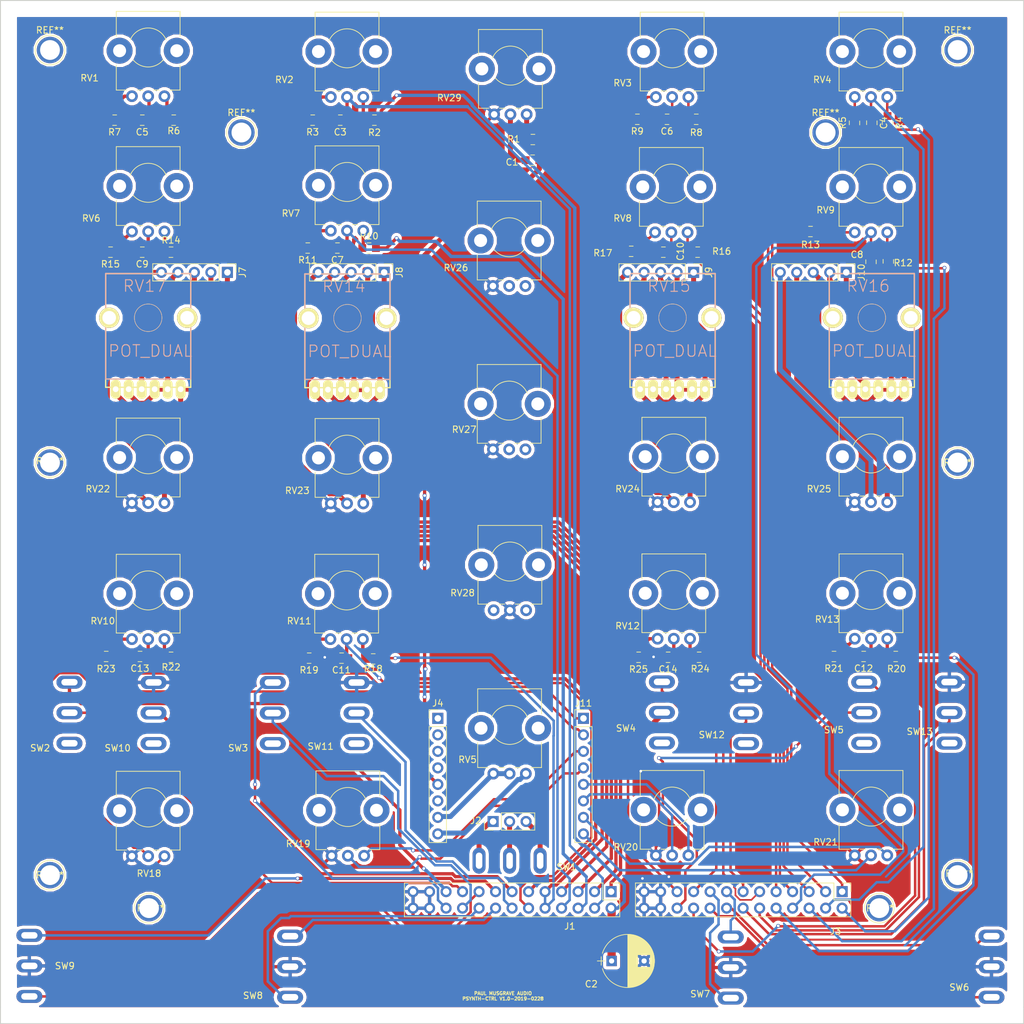
<source format=kicad_pcb>
(kicad_pcb (version 4) (host pcbnew 4.0.7)
  (layers (0 F.Cu signal) (31 B.Cu signal) (34 B.Paste user) (35 F.Paste user) (36 B.SilkS user hide) (37 F.SilkS user) (38 B.Mask user) (39 F.Mask user) (44 Edge.Cuts user))
  (net 0 "")
  (net 1 +5V)
  (net 2 /osc1_freq_wiper)
  (net 3 /osc1_pwm_wiper)
  (net 4 /osc1_speed)
  (net 5 /freq_in_1)
  (net 6 /freq_fb_1)
  (net 7 /freq_out_1)
  (net 8 /envelope_pwm_bypass_in_1)
  (net 9 /envelope_pwm_bypass_out_1)
  (net 10 /osc1_repeat)
  (net 11 /osc1_quant)
  (net 12 GND)
  (net 13 /LFO_square)
  (net 14 /LFO_out)
  (net 15 /LFO_tri)
  (net 16 /osc2_freq_wiper)
  (net 17 /osc2_pwm_wiper)
  (net 18 /osc2_speed)
  (net 19 /freq_in_2)
  (net 20 /freq_fb_2)
  (net 21 /freq_out_2)
  (net 22 /envelope_pwm_bypass_in_2)
  (net 23 /envelope_pwm_bypass_out_2)
  (net 24 /osc2_repeat)
  (net 25 /osc2_quant)
  (net 26 /osc3_freq_wiper)
  (net 27 /osc3_pwm_wiper)
  (net 28 /osc3_speed)
  (net 29 /freq_in_3)
  (net 30 /freq_fb_3)
  (net 31 /freq_out_3)
  (net 32 /envelope_pwm_bypass_in_3)
  (net 33 /envelope_pwm_bypass_out_3)
  (net 34 /osc3_repeat)
  (net 35 /osc3_quant)
  (net 36 /LFO_freq_in)
  (net 37 /LFO_freq_out)
  (net 38 /osc4_freq_wiper)
  (net 39 /osc4_pwm_wiper)
  (net 40 /osc4_speed)
  (net 41 /freq_in_4)
  (net 42 /freq_fb_4)
  (net 43 /freq_out_4)
  (net 44 /envelope_pwm_bypass_in_4)
  (net 45 /envelope_pwm_bypass_out_4)
  (net 46 /osc4_repeat)
  (net 47 /osc4_quant)
  (net 48 /lfo_in_1)
  (net 49 /lfo_out_1)
  (net 50 /lfo_in_2)
  (net 51 /lfo_out_2)
  (net 52 /lfo_in_3)
  (net 53 /lfo_out_3)
  (net 54 /lfo_in_4)
  (net 55 /lfo_out_4)
  (net 56 /osc1_hold)
  (net 57 /osc3_hold)
  (net 58 /osc4_hold)
  (net 59 /vol_out_1)
  (net 60 /vol_in_1)
  (net 61 /vol_out_2)
  (net 62 /vol_in_2)
  (net 63 /vol_out_3)
  (net 64 /vol_in_3)
  (net 65 /vol_out_4)
  (net 66 /vol_in_4)
  (net 67 /osc2_hold)
  (net 68 /delay_in_1)
  (net 69 /delay_out_1)
  (net 70 /delay_in_2)
  (net 71 /delay_out_2)
  (net 72 /delay_in_3)
  (net 73 /delay_out_3)
  (net 74 "Net-(C1-Pad2)")
  (net 75 /delay_in)
  (net 76 /delay_fb_in)
  (net 77 /delay_fb_out)
  (net 78 /delay_time_in)
  (net 79 /delay_time_out)
  (net 80 /delay_out)
  (net 81 "Net-(R1-Pad1)")
  (net 82 "Net-(R2-Pad1)")
  (net 83 "Net-(R3-Pad2)")
  (net 84 "Net-(R4-Pad1)")
  (net 85 "Net-(R5-Pad2)")
  (net 86 "Net-(R6-Pad1)")
  (net 87 "Net-(R7-Pad2)")
  (net 88 "Net-(R8-Pad1)")
  (net 89 "Net-(R9-Pad2)")
  (net 90 "Net-(R10-Pad1)")
  (net 91 "Net-(R11-Pad2)")
  (net 92 "Net-(R12-Pad1)")
  (net 93 "Net-(R13-Pad2)")
  (net 94 "Net-(R14-Pad1)")
  (net 95 "Net-(R15-Pad2)")
  (net 96 "Net-(R16-Pad1)")
  (net 97 "Net-(R17-Pad2)")
  (net 98 "Net-(R18-Pad1)")
  (net 99 "Net-(R19-Pad2)")
  (net 100 "Net-(R20-Pad1)")
  (net 101 "Net-(R21-Pad2)")
  (net 102 "Net-(R22-Pad1)")
  (net 103 "Net-(R23-Pad2)")
  (net 104 "Net-(R24-Pad1)")
  (net 105 "Net-(R25-Pad2)")
  (module Connectors:1pin (layer F.Cu) (at 42.164 25.4)
    (fp_text reference REF** (at 0 -3.048) (layer F.SilkS))
    (fp_text value 1pin)
    (pad 1 thru_hole circle (at 0 0) (size 4.064 4.064) (drill 3.048) (layers *.Cu *.Mask))
  )
  (module Connectors:1pin (layer F.Cu) (at 132.08 25.4)
    (fp_text reference REF** (at 0 -3.048) (layer F.SilkS))
    (fp_text value 1pin)
    (pad 1 thru_hole circle (at 0 0) (size 4.064 4.064) (drill 3.048) (layers *.Cu *.Mask))
  )
  (module Connectors:1pin (layer F.Cu) (at 140.335 144.78)
    (fp_text reference REF** (at 0.127 0) (layer F.SilkS))
    (fp_text value 1pin)
    (pad 1 thru_hole circle (at 0 0) (size 4.064 4.064) (drill 3.048) (layers *.Cu *.Mask))
  )
  (module Connectors:1pin (layer F.Cu) (at 27.94 144.78)
    (fp_text reference REF** (at 0.254 0) (layer F.SilkS))
    (fp_text value 1pin)
    (pad 1 thru_hole circle (at 0 0) (size 4.064 4.064) (drill 3.048) (layers *.Cu *.Mask))
  )
  (module Connectors:1pin (layer F.Cu) (at 152.4 139.7)
    (fp_text reference REF** (at 0.254 -0.254) (layer F.SilkS))
    (fp_text value 1pin)
    (pad 1 thru_hole circle (at 0 0) (size 4.064 4.064) (drill 3.048) (layers *.Cu *.Mask))
  )
  (module Connectors:1pin (layer F.Cu) (at 152.4 76.2)
    (fp_text reference REF** (at 0 0) (layer F.SilkS))
    (fp_text value 1pin)
    (pad 1 thru_hole circle (at 0 0) (size 4.064 4.064) (drill 3.048) (layers *.Cu *.Mask))
  )
  (module Connectors:1pin (layer F.Cu) (at 152.4 12.7)
    (fp_text reference REF** (at 0 -3.048) (layer F.SilkS))
    (fp_text value 1pin)
    (pad 1 thru_hole circle (at 0 0) (size 4.064 4.064) (drill 3.048) (layers *.Cu *.Mask))
  )
  (module Connectors:1pin (layer F.Cu) (at 12.7 76.2)
    (fp_text reference REF** (at 0 -0.254) (layer F.SilkS))
    (fp_text value 1pin)
    (pad 1 thru_hole circle (at 0 0) (size 4.064 4.064) (drill 3.048) (layers *.Cu *.Mask))
  )
  (module Connectors:1pin (layer F.Cu) (at 12.7 139.7)
    (fp_text reference REF** (at 0 0) (layer F.SilkS))
    (fp_text value 1pin)
    (pad 1 thru_hole circle (at 0 0) (size 4.064 4.064) (drill 3.048) (layers *.Cu *.Mask))
  )
  (module Connectors:1pin (layer F.Cu) (at 12.7 12.7)
    (fp_text reference REF** (at 0 -3.048) (layer F.SilkS))
    (fp_text value 1pin)
    (pad 1 thru_hole circle (at 0 0) (size 4.064 4.064) (drill 3.048) (layers *.Cu *.Mask))
  )
  (module Potentiometers:Potentiometer_Bourns_PTV09A-1_Horizontal (layer F.Cu) (at 30.313 103.378 90)
    (fp_text reference RV10 (at 2.794 -9.485 180) (layer F.SilkS))
    (fp_text value 20kB)
    (pad 3 thru_hole circle (at 0 -5 90) (size 1.8 1.8) (drill 1) (layers *.Cu *.Mask) (net 103 "Net-(R23-Pad2)"))
    (pad 2 thru_hole circle (at 0 -2.5 90) (size 1.8 1.8) (drill 1) (layers *.Cu *.Mask) (net 4 /osc1_speed))
    (pad 1 thru_hole circle (at 0 0 90) (size 1.8 1.8) (drill 1) (layers *.Cu *.Mask) (net 102 "Net-(R22-Pad1)"))
    (pad 0 np_thru_hole circle (at 7 -6.9 90) (size 4 4) (drill 2) (layers *.Cu *.Mask))
    (pad 0 np_thru_hole circle (at 7 1.9 90) (size 4 4) (drill 2) (layers *.Cu *.Mask))
  )
  (module Potentiometers:Potentiometer_Bourns_PTV09A-1_Horizontal (layer F.Cu) (at 61.047 136.7155 90)
    (fp_text reference RV19 (at 1.8415 -10.15 180) (layer F.SilkS))
    (fp_text value 100kA)
    (pad 3 thru_hole circle (at 0 -5 90) (size 1.8 1.8) (drill 1) (layers *.Cu *.Mask) (net 12 GND))
    (pad 2 thru_hole circle (at 0 -2.5 90) (size 1.8 1.8) (drill 1) (layers *.Cu *.Mask) (net 61 /vol_out_2))
    (pad 1 thru_hole circle (at 0 0 90) (size 1.8 1.8) (drill 1) (layers *.Cu *.Mask) (net 62 /vol_in_2))
    (pad 0 np_thru_hole circle (at 7 -6.9 90) (size 4 4) (drill 2) (layers *.Cu *.Mask))
    (pad 0 np_thru_hole circle (at 7 1.9 90) (size 4 4) (drill 2) (layers *.Cu *.Mask))
  )
  (module Potentiometers:Potentiometer_Bourns_PTV09A-1_Horizontal (layer F.Cu) (at 141.565 19.939 90)
    (fp_text reference RV4 (at 2.667 -9.993 180) (layer F.SilkS))
    (fp_text value 20kA)
    (pad 3 thru_hole circle (at 0 -5 90) (size 1.8 1.8) (drill 1) (layers *.Cu *.Mask) (net 85 "Net-(R5-Pad2)"))
    (pad 2 thru_hole circle (at 0 -2.5 90) (size 1.8 1.8) (drill 1) (layers *.Cu *.Mask) (net 38 /osc4_freq_wiper))
    (pad 1 thru_hole circle (at 0 0 90) (size 1.8 1.8) (drill 1) (layers *.Cu *.Mask) (net 84 "Net-(R4-Pad1)"))
    (pad 0 np_thru_hole circle (at 7 -6.9 90) (size 4 4) (drill 2) (layers *.Cu *.Mask))
    (pad 0 np_thru_hole circle (at 7 1.9 90) (size 4 4) (drill 2) (layers *.Cu *.Mask))
  )
  (module Potentiometers:Potentiometer_Bourns_PTV09A-1_Horizontal (layer F.Cu) (at 30.313 19.812 90)
    (fp_text reference RV1 (at 2.794 -11.517 180) (layer F.SilkS))
    (fp_text value 20kA)
    (pad 3 thru_hole circle (at 0 -5 90) (size 1.8 1.8) (drill 1) (layers *.Cu *.Mask) (net 87 "Net-(R7-Pad2)"))
    (pad 2 thru_hole circle (at 0 -2.5 90) (size 1.8 1.8) (drill 1) (layers *.Cu *.Mask) (net 2 /osc1_freq_wiper))
    (pad 1 thru_hole circle (at 0 0 90) (size 1.8 1.8) (drill 1) (layers *.Cu *.Mask) (net 86 "Net-(R6-Pad1)"))
    (pad 0 np_thru_hole circle (at 7 -6.9 90) (size 4 4) (drill 2) (layers *.Cu *.Mask))
    (pad 0 np_thru_hole circle (at 7 1.9 90) (size 4 4) (drill 2) (layers *.Cu *.Mask))
  )
  (module Potentiometers:Potentiometer_Bourns_PTV09A-1_Horizontal (layer F.Cu) (at 60.92 19.939 90)
    (fp_text reference RV2 (at 2.667 -12.152 180) (layer F.SilkS))
    (fp_text value 20kA)
    (pad 3 thru_hole circle (at 0 -5 90) (size 1.8 1.8) (drill 1) (layers *.Cu *.Mask) (net 83 "Net-(R3-Pad2)"))
    (pad 2 thru_hole circle (at 0 -2.5 90) (size 1.8 1.8) (drill 1) (layers *.Cu *.Mask) (net 16 /osc2_freq_wiper))
    (pad 1 thru_hole circle (at 0 0 90) (size 1.8 1.8) (drill 1) (layers *.Cu *.Mask) (net 82 "Net-(R2-Pad1)"))
    (pad 0 np_thru_hole circle (at 7 -6.9 90) (size 4 4) (drill 2) (layers *.Cu *.Mask))
    (pad 0 np_thru_hole circle (at 7 1.9 90) (size 4 4) (drill 2) (layers *.Cu *.Mask))
  )
  (module Potentiometers:Potentiometer_Bourns_PTV09A-1_Horizontal (layer F.Cu) (at 110.958 19.939 90)
    (fp_text reference RV3 (at 2.159 -10.12 180) (layer F.SilkS))
    (fp_text value 20kA)
    (pad 3 thru_hole circle (at 0 -5 90) (size 1.8 1.8) (drill 1) (layers *.Cu *.Mask) (net 89 "Net-(R9-Pad2)"))
    (pad 2 thru_hole circle (at 0 -2.5 90) (size 1.8 1.8) (drill 1) (layers *.Cu *.Mask) (net 26 /osc3_freq_wiper))
    (pad 1 thru_hole circle (at 0 0 90) (size 1.8 1.8) (drill 1) (layers *.Cu *.Mask) (net 88 "Net-(R8-Pad1)"))
    (pad 0 np_thru_hole circle (at 7 -6.9 90) (size 4 4) (drill 2) (layers *.Cu *.Mask))
    (pad 0 np_thru_hole circle (at 7 1.9 90) (size 4 4) (drill 2) (layers *.Cu *.Mask))
  )
  (module Potentiometers:Potentiometer_Bourns_PTV09A-1_Horizontal (layer F.Cu) (at 85.939 124.079 90)
    (fp_text reference RV5 (at 2.159 -8.977 180) (layer F.SilkS))
    (fp_text value 10kA)
    (pad 3 thru_hole circle (at 0 -5 90) (size 1.8 1.8) (drill 1) (layers *.Cu *.Mask) (net 36 /LFO_freq_in))
    (pad 2 thru_hole circle (at 0 -2.5 90) (size 1.8 1.8) (drill 1) (layers *.Cu *.Mask) (net 36 /LFO_freq_in))
    (pad 1 thru_hole circle (at 0 0 90) (size 1.8 1.8) (drill 1) (layers *.Cu *.Mask) (net 37 /LFO_freq_out))
    (pad 0 np_thru_hole circle (at 7 -6.9 90) (size 4 4) (drill 2) (layers *.Cu *.Mask))
    (pad 0 np_thru_hole circle (at 7 1.9 90) (size 4 4) (drill 2) (layers *.Cu *.Mask))
  )
  (module Potentiometers:Potentiometer_Bourns_PTV09A-1_Horizontal (layer F.Cu) (at 30.313 40.64 90)
    (fp_text reference RV6 (at 2.032 -11.263 180) (layer F.SilkS))
    (fp_text value 20kA)
    (pad 3 thru_hole circle (at 0 -5 90) (size 1.8 1.8) (drill 1) (layers *.Cu *.Mask) (net 95 "Net-(R15-Pad2)"))
    (pad 2 thru_hole circle (at 0 -2.5 90) (size 1.8 1.8) (drill 1) (layers *.Cu *.Mask) (net 3 /osc1_pwm_wiper))
    (pad 1 thru_hole circle (at 0 0 90) (size 1.8 1.8) (drill 1) (layers *.Cu *.Mask) (net 94 "Net-(R14-Pad1)"))
    (pad 0 np_thru_hole circle (at 7 -6.9 90) (size 4 4) (drill 2) (layers *.Cu *.Mask))
    (pad 0 np_thru_hole circle (at 7 1.9 90) (size 4 4) (drill 2) (layers *.Cu *.Mask))
  )
  (module Potentiometers:Potentiometer_Bourns_PTV09A-1_Horizontal (layer F.Cu) (at 60.92 40.513 90)
    (fp_text reference RV7 (at 2.667 -11.136 360) (layer F.SilkS))
    (fp_text value 20kA)
    (pad 3 thru_hole circle (at 0 -5 90) (size 1.8 1.8) (drill 1) (layers *.Cu *.Mask) (net 91 "Net-(R11-Pad2)"))
    (pad 2 thru_hole circle (at 0 -2.5 90) (size 1.8 1.8) (drill 1) (layers *.Cu *.Mask) (net 17 /osc2_pwm_wiper))
    (pad 1 thru_hole circle (at 0 0 90) (size 1.8 1.8) (drill 1) (layers *.Cu *.Mask) (net 90 "Net-(R10-Pad1)"))
    (pad 0 np_thru_hole circle (at 7 -6.9 90) (size 4 4) (drill 2) (layers *.Cu *.Mask))
    (pad 0 np_thru_hole circle (at 7 1.9 90) (size 4 4) (drill 2) (layers *.Cu *.Mask))
  )
  (module Potentiometers:Potentiometer_Bourns_PTV09A-1_Horizontal (layer F.Cu) (at 110.831 40.767 90)
    (fp_text reference RV8 (at 2.159 -9.993 180) (layer F.SilkS))
    (fp_text value 20kA)
    (pad 3 thru_hole circle (at 0 -5 90) (size 1.8 1.8) (drill 1) (layers *.Cu *.Mask) (net 97 "Net-(R17-Pad2)"))
    (pad 2 thru_hole circle (at 0 -2.5 90) (size 1.8 1.8) (drill 1) (layers *.Cu *.Mask) (net 27 /osc3_pwm_wiper))
    (pad 1 thru_hole circle (at 0 0 90) (size 1.8 1.8) (drill 1) (layers *.Cu *.Mask) (net 96 "Net-(R16-Pad1)"))
    (pad 0 np_thru_hole circle (at 7 -6.9 90) (size 4 4) (drill 2) (layers *.Cu *.Mask))
    (pad 0 np_thru_hole circle (at 7 1.9 90) (size 4 4) (drill 2) (layers *.Cu *.Mask))
  )
  (module Potentiometers:Potentiometer_Bourns_PTV09A-1_Horizontal (layer F.Cu) (at 141.565 40.767 90)
    (fp_text reference RV9 (at 3.429 -9.485 180) (layer F.SilkS))
    (fp_text value 20kA)
    (pad 3 thru_hole circle (at 0 -5 90) (size 1.8 1.8) (drill 1) (layers *.Cu *.Mask) (net 93 "Net-(R13-Pad2)"))
    (pad 2 thru_hole circle (at 0 -2.5 90) (size 1.8 1.8) (drill 1) (layers *.Cu *.Mask) (net 39 /osc4_pwm_wiper))
    (pad 1 thru_hole circle (at 0 0 90) (size 1.8 1.8) (drill 1) (layers *.Cu *.Mask) (net 92 "Net-(R12-Pad1)"))
    (pad 0 np_thru_hole circle (at 7 -6.9 90) (size 4 4) (drill 2) (layers *.Cu *.Mask))
    (pad 0 np_thru_hole circle (at 7 1.9 90) (size 4 4) (drill 2) (layers *.Cu *.Mask))
  )
  (module Potentiometers:Potentiometer_Bourns_PTV09A-1_Horizontal (layer F.Cu) (at 60.8565 103.378 90)
    (fp_text reference RV11 (at 2.794 -9.8025 180) (layer F.SilkS))
    (fp_text value 20kB)
    (pad 3 thru_hole circle (at 0 -5 90) (size 1.8 1.8) (drill 1) (layers *.Cu *.Mask) (net 99 "Net-(R19-Pad2)"))
    (pad 2 thru_hole circle (at 0 -2.5 90) (size 1.8 1.8) (drill 1) (layers *.Cu *.Mask) (net 18 /osc2_speed))
    (pad 1 thru_hole circle (at 0 0 90) (size 1.8 1.8) (drill 1) (layers *.Cu *.Mask) (net 98 "Net-(R18-Pad1)"))
    (pad 0 np_thru_hole circle (at 7 -6.9 90) (size 4 4) (drill 2) (layers *.Cu *.Mask))
    (pad 0 np_thru_hole circle (at 7 1.9 90) (size 4 4) (drill 2) (layers *.Cu *.Mask))
  )
  (module Potentiometers:Potentiometer_Bourns_PTV09A-1_Horizontal (layer F.Cu) (at 111.212 103.3145 90)
    (fp_text reference RV12 (at 1.9685 -9.612 180) (layer F.SilkS))
    (fp_text value 20kB)
    (pad 3 thru_hole circle (at 0 -5 90) (size 1.8 1.8) (drill 1) (layers *.Cu *.Mask) (net 105 "Net-(R25-Pad2)"))
    (pad 2 thru_hole circle (at 0 -2.5 90) (size 1.8 1.8) (drill 1) (layers *.Cu *.Mask) (net 28 /osc3_speed))
    (pad 1 thru_hole circle (at 0 0 90) (size 1.8 1.8) (drill 1) (layers *.Cu *.Mask) (net 104 "Net-(R24-Pad1)"))
    (pad 0 np_thru_hole circle (at 7 -6.9 90) (size 4 4) (drill 2) (layers *.Cu *.Mask))
    (pad 0 np_thru_hole circle (at 7 1.9 90) (size 4 4) (drill 2) (layers *.Cu *.Mask))
  )
  (module Potentiometers:Potentiometer_Bourns_PTV09A-1_Horizontal (layer F.Cu) (at 141.565 103.3145 90)
    (fp_text reference RV13 (at 2.9845 -9.231 180) (layer F.SilkS))
    (fp_text value 20kB)
    (pad 3 thru_hole circle (at 0 -5 90) (size 1.8 1.8) (drill 1) (layers *.Cu *.Mask) (net 101 "Net-(R21-Pad2)"))
    (pad 2 thru_hole circle (at 0 -2.5 90) (size 1.8 1.8) (drill 1) (layers *.Cu *.Mask) (net 40 /osc4_speed))
    (pad 1 thru_hole circle (at 0 0 90) (size 1.8 1.8) (drill 1) (layers *.Cu *.Mask) (net 100 "Net-(R20-Pad1)"))
    (pad 0 np_thru_hole circle (at 7 -6.9 90) (size 4 4) (drill 2) (layers *.Cu *.Mask))
    (pad 0 np_thru_hole circle (at 7 1.9 90) (size 4 4) (drill 2) (layers *.Cu *.Mask))
  )
  (module Pin_Headers:Pin_Header_Straight_1x03_Pitch2.54mm (layer F.Cu) (at 80.899 131.445 90)
    (fp_text reference J2 (at 0.127 -2.667 180) (layer F.SilkS))
    (fp_text value Conn_01x03)
    (pad 1 thru_hole rect (at 0 0 90) (size 1.7 1.7) (drill 1) (layers *.Cu *.Mask) (net 13 /LFO_square))
    (pad 2 thru_hole oval (at 0 2.54 90) (size 1.7 1.7) (drill 1) (layers *.Cu *.Mask) (net 14 /LFO_out))
    (pad 3 thru_hole oval (at 0 5.08 90) (size 1.7 1.7) (drill 1) (layers *.Cu *.Mask) (net 15 /LFO_tri))
  )
  (module Potentiometers:Potentiometer_Bourns_PTV09A-1_Horizontal (layer F.Cu) (at 30.313 136.779 90)
    (fp_text reference RV18 (at -2.667 -2.373 180) (layer F.SilkS))
    (fp_text value 100kA)
    (pad 3 thru_hole circle (at 0 -5 90) (size 1.8 1.8) (drill 1) (layers *.Cu *.Mask) (net 12 GND))
    (pad 2 thru_hole circle (at 0 -2.5 90) (size 1.8 1.8) (drill 1) (layers *.Cu *.Mask) (net 59 /vol_out_1))
    (pad 1 thru_hole circle (at 0 0 90) (size 1.8 1.8) (drill 1) (layers *.Cu *.Mask) (net 60 /vol_in_1))
    (pad 0 np_thru_hole circle (at 7 -6.9 90) (size 4 4) (drill 2) (layers *.Cu *.Mask))
    (pad 0 np_thru_hole circle (at 7 1.9 90) (size 4 4) (drill 2) (layers *.Cu *.Mask))
  )
  (module Potentiometers:Potentiometer_Bourns_PTV09A-1_Horizontal (layer F.Cu) (at 110.958 136.652 90)
    (fp_text reference RV20 (at 1.27 -9.612 180) (layer F.SilkS))
    (fp_text value 100kA)
    (pad 3 thru_hole circle (at 0 -5 90) (size 1.8 1.8) (drill 1) (layers *.Cu *.Mask) (net 12 GND))
    (pad 2 thru_hole circle (at 0 -2.5 90) (size 1.8 1.8) (drill 1) (layers *.Cu *.Mask) (net 63 /vol_out_3))
    (pad 1 thru_hole circle (at 0 0 90) (size 1.8 1.8) (drill 1) (layers *.Cu *.Mask) (net 64 /vol_in_3))
    (pad 0 np_thru_hole circle (at 7 -6.9 90) (size 4 4) (drill 2) (layers *.Cu *.Mask))
    (pad 0 np_thru_hole circle (at 7 1.9 90) (size 4 4) (drill 2) (layers *.Cu *.Mask))
  )
  (module Potentiometers:Potentiometer_Bourns_PTV09A-1_Horizontal (layer F.Cu) (at 141.565 136.652 90)
    (fp_text reference RV21 (at 2.032 -9.485 180) (layer F.SilkS))
    (fp_text value 100kA)
    (pad 3 thru_hole circle (at 0 -5 90) (size 1.8 1.8) (drill 1) (layers *.Cu *.Mask) (net 12 GND))
    (pad 2 thru_hole circle (at 0 -2.5 90) (size 1.8 1.8) (drill 1) (layers *.Cu *.Mask) (net 65 /vol_out_4))
    (pad 1 thru_hole circle (at 0 0 90) (size 1.8 1.8) (drill 1) (layers *.Cu *.Mask) (net 66 /vol_in_4))
    (pad 0 np_thru_hole circle (at 7 -6.9 90) (size 4 4) (drill 2) (layers *.Cu *.Mask))
    (pad 0 np_thru_hole circle (at 7 1.9 90) (size 4 4) (drill 2) (layers *.Cu *.Mask))
  )
  (module Potentiometers:Potentiometer_Bourns_PTV09A-1_Horizontal (layer F.Cu) (at 30.313 82.423 90)
    (fp_text reference RV22 (at 2.159 -10.247 180) (layer F.SilkS))
    (fp_text value 100kA)
    (pad 3 thru_hole circle (at 0 -5 90) (size 1.8 1.8) (drill 1) (layers *.Cu *.Mask) (net 12 GND))
    (pad 2 thru_hole circle (at 0 -2.5 90) (size 1.8 1.8) (drill 1) (layers *.Cu *.Mask) (net 49 /lfo_out_1))
    (pad 1 thru_hole circle (at 0 0 90) (size 1.8 1.8) (drill 1) (layers *.Cu *.Mask) (net 48 /lfo_in_1))
    (pad 0 np_thru_hole circle (at 7 -6.9 90) (size 4 4) (drill 2) (layers *.Cu *.Mask))
    (pad 0 np_thru_hole circle (at 7 1.9 90) (size 4 4) (drill 2) (layers *.Cu *.Mask))
  )
  (module Potentiometers:Potentiometer_Bourns_PTV09A-1_Horizontal (layer F.Cu) (at 60.92 82.4865 90)
    (fp_text reference RV23 (at 1.9685 -10.15 180) (layer F.SilkS))
    (fp_text value 100kA)
    (pad 3 thru_hole circle (at 0 -5 90) (size 1.8 1.8) (drill 1) (layers *.Cu *.Mask) (net 12 GND))
    (pad 2 thru_hole circle (at 0 -2.5 90) (size 1.8 1.8) (drill 1) (layers *.Cu *.Mask) (net 51 /lfo_out_2))
    (pad 1 thru_hole circle (at 0 0 90) (size 1.8 1.8) (drill 1) (layers *.Cu *.Mask) (net 50 /lfo_in_2))
    (pad 0 np_thru_hole circle (at 7 -6.9 90) (size 4 4) (drill 2) (layers *.Cu *.Mask))
    (pad 0 np_thru_hole circle (at 7 1.9 90) (size 4 4) (drill 2) (layers *.Cu *.Mask))
  )
  (module Potentiometers:Potentiometer_Bourns_PTV09A-1_Horizontal (layer F.Cu) (at 111.212 82.296 90)
    (fp_text reference RV24 (at 2.032 -9.612 180) (layer F.SilkS))
    (fp_text value 100kA)
    (pad 3 thru_hole circle (at 0 -5 90) (size 1.8 1.8) (drill 1) (layers *.Cu *.Mask) (net 12 GND))
    (pad 2 thru_hole circle (at 0 -2.5 90) (size 1.8 1.8) (drill 1) (layers *.Cu *.Mask) (net 53 /lfo_out_3))
    (pad 1 thru_hole circle (at 0 0 90) (size 1.8 1.8) (drill 1) (layers *.Cu *.Mask) (net 52 /lfo_in_3))
    (pad 0 np_thru_hole circle (at 7 -6.9 90) (size 4 4) (drill 2) (layers *.Cu *.Mask))
    (pad 0 np_thru_hole circle (at 7 1.9 90) (size 4 4) (drill 2) (layers *.Cu *.Mask))
  )
  (module Potentiometers:Potentiometer_Bourns_PTV09A-1_Horizontal (layer F.Cu) (at 141.565 82.296 90)
    (fp_text reference RV25 (at 2.032 -10.501 180) (layer F.SilkS))
    (fp_text value 100kA)
    (pad 3 thru_hole circle (at 0 -5 90) (size 1.8 1.8) (drill 1) (layers *.Cu *.Mask) (net 12 GND))
    (pad 2 thru_hole circle (at 0 -2.5 90) (size 1.8 1.8) (drill 1) (layers *.Cu *.Mask) (net 55 /lfo_out_4))
    (pad 1 thru_hole circle (at 0 0 90) (size 1.8 1.8) (drill 1) (layers *.Cu *.Mask) (net 54 /lfo_in_4))
    (pad 0 np_thru_hole circle (at 7 -6.9 90) (size 4 4) (drill 2) (layers *.Cu *.Mask))
    (pad 0 np_thru_hole circle (at 7 1.9 90) (size 4 4) (drill 2) (layers *.Cu *.Mask))
  )
  (module Pin_Headers:Pin_Header_Straight_1x05_Pitch2.54mm (layer F.Cu) (at 40.005 46.9265 270)
    (fp_text reference J7 (at 0 -2.33 270) (layer F.SilkS))
    (fp_text value Conn_01x05)
    (pad 1 thru_hole rect (at 0 0 270) (size 1.7 1.7) (drill 1) (layers *.Cu *.Mask) (net 5 /freq_in_1))
    (pad 2 thru_hole oval (at 0 2.54 270) (size 1.7 1.7) (drill 1) (layers *.Cu *.Mask) (net 6 /freq_fb_1))
    (pad 3 thru_hole oval (at 0 5.08 270) (size 1.7 1.7) (drill 1) (layers *.Cu *.Mask) (net 7 /freq_out_1))
    (pad 4 thru_hole oval (at 0 7.62 270) (size 1.7 1.7) (drill 1) (layers *.Cu *.Mask) (net 48 /lfo_in_1))
    (pad 5 thru_hole oval (at 0 10.16 270) (size 1.7 1.7) (drill 1) (layers *.Cu *.Mask) (net 49 /lfo_out_1))
  )
  (module Pin_Headers:Pin_Header_Straight_1x05_Pitch2.54mm (layer F.Cu) (at 64.135 46.9265 270)
    (fp_text reference J8 (at 0 -2.33 270) (layer F.SilkS))
    (fp_text value Conn_01x05)
    (pad 1 thru_hole rect (at 0 0 270) (size 1.7 1.7) (drill 1) (layers *.Cu *.Mask) (net 19 /freq_in_2))
    (pad 2 thru_hole oval (at 0 2.54 270) (size 1.7 1.7) (drill 1) (layers *.Cu *.Mask) (net 20 /freq_fb_2))
    (pad 3 thru_hole oval (at 0 5.08 270) (size 1.7 1.7) (drill 1) (layers *.Cu *.Mask) (net 21 /freq_out_2))
    (pad 4 thru_hole oval (at 0 7.62 270) (size 1.7 1.7) (drill 1) (layers *.Cu *.Mask) (net 50 /lfo_in_2))
    (pad 5 thru_hole oval (at 0 10.16 270) (size 1.7 1.7) (drill 1) (layers *.Cu *.Mask) (net 51 /lfo_out_2))
  )
  (module Pin_Headers:Pin_Header_Straight_1x05_Pitch2.54mm (layer F.Cu) (at 111.76 46.9265 270)
    (fp_text reference J9 (at 0 -2.33 270) (layer F.SilkS))
    (fp_text value Conn_01x05)
    (pad 1 thru_hole rect (at 0 0 270) (size 1.7 1.7) (drill 1) (layers *.Cu *.Mask) (net 29 /freq_in_3))
    (pad 2 thru_hole oval (at 0 2.54 270) (size 1.7 1.7) (drill 1) (layers *.Cu *.Mask) (net 30 /freq_fb_3))
    (pad 3 thru_hole oval (at 0 5.08 270) (size 1.7 1.7) (drill 1) (layers *.Cu *.Mask) (net 31 /freq_out_3))
    (pad 4 thru_hole oval (at 0 7.62 270) (size 1.7 1.7) (drill 1) (layers *.Cu *.Mask) (net 52 /lfo_in_3))
    (pad 5 thru_hole oval (at 0 10.16 270) (size 1.7 1.7) (drill 1) (layers *.Cu *.Mask) (net 53 /lfo_out_3))
  )
  (module Pin_Headers:Pin_Header_Straight_1x05_Pitch2.54mm (layer F.Cu) (at 135.255 46.9265 270)
    (fp_text reference J10 (at 0 -2.33 270) (layer F.SilkS))
    (fp_text value Conn_01x05)
    (pad 1 thru_hole rect (at 0 0 270) (size 1.7 1.7) (drill 1) (layers *.Cu *.Mask) (net 41 /freq_in_4))
    (pad 2 thru_hole oval (at 0 2.54 270) (size 1.7 1.7) (drill 1) (layers *.Cu *.Mask) (net 42 /freq_fb_4))
    (pad 3 thru_hole oval (at 0 5.08 270) (size 1.7 1.7) (drill 1) (layers *.Cu *.Mask) (net 43 /freq_out_4))
    (pad 4 thru_hole oval (at 0 7.62 270) (size 1.7 1.7) (drill 1) (layers *.Cu *.Mask) (net 54 /lfo_in_4))
    (pad 5 thru_hole oval (at 0 10.16 270) (size 1.7 1.7) (drill 1) (layers *.Cu *.Mask) (net 55 /lfo_out_4))
  )
  (module Pin_Headers:Pin_Header_Straight_1x08_Pitch2.54mm (layer F.Cu) (at 94.8055 115.57)
    (fp_text reference J11 (at 0 -2.33) (layer F.SilkS))
    (fp_text value Conn_01x08)
    (pad 1 thru_hole rect (at 0 0) (size 1.7 1.7) (drill 1) (layers *.Cu *.Mask) (net 60 /vol_in_1))
    (pad 2 thru_hole oval (at 0 2.54) (size 1.7 1.7) (drill 1) (layers *.Cu *.Mask) (net 59 /vol_out_1))
    (pad 3 thru_hole oval (at 0 5.08) (size 1.7 1.7) (drill 1) (layers *.Cu *.Mask) (net 62 /vol_in_2))
    (pad 4 thru_hole oval (at 0 7.62) (size 1.7 1.7) (drill 1) (layers *.Cu *.Mask) (net 61 /vol_out_2))
    (pad 5 thru_hole oval (at 0 10.16) (size 1.7 1.7) (drill 1) (layers *.Cu *.Mask) (net 64 /vol_in_3))
    (pad 6 thru_hole oval (at 0 12.7) (size 1.7 1.7) (drill 1) (layers *.Cu *.Mask) (net 63 /vol_out_3))
    (pad 7 thru_hole oval (at 0 15.24) (size 1.7 1.7) (drill 1) (layers *.Cu *.Mask) (net 66 /vol_in_4))
    (pad 8 thru_hole oval (at 0 17.78) (size 1.7 1.7) (drill 1) (layers *.Cu *.Mask) (net 65 /vol_out_4))
  )
  (module Potentiometers:Potentiometer_Bourns_PTV09A-1_Horizontal (layer F.Cu) (at 85.8755 49.022 90)
    (fp_text reference RV26 (at 2.794 -10.6915 180) (layer F.SilkS))
    (fp_text value 50kA)
    (pad 3 thru_hole circle (at 0 -5 90) (size 1.8 1.8) (drill 1) (layers *.Cu *.Mask) (net 12 GND))
    (pad 2 thru_hole circle (at 0 -2.5 90) (size 1.8 1.8) (drill 1) (layers *.Cu *.Mask) (net 69 /delay_out_1))
    (pad 1 thru_hole circle (at 0 0 90) (size 1.8 1.8) (drill 1) (layers *.Cu *.Mask) (net 68 /delay_in_1))
    (pad 0 np_thru_hole circle (at 7 -6.9 90) (size 4 4) (drill 2) (layers *.Cu *.Mask))
    (pad 0 np_thru_hole circle (at 7 1.9 90) (size 4 4) (drill 2) (layers *.Cu *.Mask))
  )
  (module Potentiometers:Potentiometer_Bourns_PTV09A-1_Horizontal (layer F.Cu) (at 85.8755 74.168 90)
    (fp_text reference RV27 (at 3.048 -9.4215 180) (layer F.SilkS))
    (fp_text value 20kA)
    (pad 3 thru_hole circle (at 0 -5 90) (size 1.8 1.8) (drill 1) (layers *.Cu *.Mask) (net 12 GND))
    (pad 2 thru_hole circle (at 0 -2.5 90) (size 1.8 1.8) (drill 1) (layers *.Cu *.Mask) (net 71 /delay_out_2))
    (pad 1 thru_hole circle (at 0 0 90) (size 1.8 1.8) (drill 1) (layers *.Cu *.Mask) (net 70 /delay_in_2))
    (pad 0 np_thru_hole circle (at 7 -6.9 90) (size 4 4) (drill 2) (layers *.Cu *.Mask))
    (pad 0 np_thru_hole circle (at 7 1.9 90) (size 4 4) (drill 2) (layers *.Cu *.Mask))
  )
  (module Potentiometers:Potentiometer_Bourns_PTV09A-1_Horizontal (layer F.Cu) (at 85.984 98.933 90)
    (fp_text reference RV28 (at 2.667 -9.784 180) (layer F.SilkS))
    (fp_text value 50k)
    (pad 3 thru_hole circle (at 0 -5 90) (size 1.8 1.8) (drill 1) (layers *.Cu *.Mask) (net 73 /delay_out_3))
    (pad 2 thru_hole circle (at 0 -2.5 90) (size 1.8 1.8) (drill 1) (layers *.Cu *.Mask) (net 12 GND))
    (pad 1 thru_hole circle (at 0 0 90) (size 1.8 1.8) (drill 1) (layers *.Cu *.Mask) (net 72 /delay_in_3))
    (pad 0 np_thru_hole circle (at 7 -6.9 90) (size 4 4) (drill 2) (layers *.Cu *.Mask))
    (pad 0 np_thru_hole circle (at 7 1.9 90) (size 4 4) (drill 2) (layers *.Cu *.Mask))
  )
  (module Pin_Headers:Pin_Header_Straight_2x13_Pitch2.54mm (layer F.Cu) (at 99.06 142.24 270)
    (fp_text reference J1 (at 5.334 6.35 360) (layer F.SilkS))
    (fp_text value Conn_02x13_Odd_Even)
    (pad 1 thru_hole rect (at 0 0 270) (size 1.7 1.7) (drill 1) (layers *.Cu *.Mask) (net 1 +5V))
    (pad 2 thru_hole oval (at 2.54 0 270) (size 1.7 1.7) (drill 1) (layers *.Cu *.Mask) (net 1 +5V))
    (pad 3 thru_hole oval (at 0 2.54 270) (size 1.7 1.7) (drill 1) (layers *.Cu *.Mask) (net 2 /osc1_freq_wiper))
    (pad 4 thru_hole oval (at 2.54 2.54 270) (size 1.7 1.7) (drill 1) (layers *.Cu *.Mask) (net 16 /osc2_freq_wiper))
    (pad 5 thru_hole oval (at 0 5.08 270) (size 1.7 1.7) (drill 1) (layers *.Cu *.Mask) (net 1 +5V))
    (pad 6 thru_hole oval (at 2.54 5.08 270) (size 1.7 1.7) (drill 1) (layers *.Cu *.Mask) (net 1 +5V))
    (pad 7 thru_hole oval (at 0 7.62 270) (size 1.7 1.7) (drill 1) (layers *.Cu *.Mask) (net 3 /osc1_pwm_wiper))
    (pad 8 thru_hole oval (at 2.54 7.62 270) (size 1.7 1.7) (drill 1) (layers *.Cu *.Mask) (net 17 /osc2_pwm_wiper))
    (pad 9 thru_hole oval (at 0 10.16 270) (size 1.7 1.7) (drill 1) (layers *.Cu *.Mask) (net 1 +5V))
    (pad 10 thru_hole oval (at 2.54 10.16 270) (size 1.7 1.7) (drill 1) (layers *.Cu *.Mask) (net 1 +5V))
    (pad 11 thru_hole oval (at 0 12.7 270) (size 1.7 1.7) (drill 1) (layers *.Cu *.Mask) (net 4 /osc1_speed))
    (pad 12 thru_hole oval (at 2.54 12.7 270) (size 1.7 1.7) (drill 1) (layers *.Cu *.Mask) (net 18 /osc2_speed))
    (pad 13 thru_hole oval (at 0 15.24 270) (size 1.7 1.7) (drill 1) (layers *.Cu *.Mask) (net 11 /osc1_quant))
    (pad 14 thru_hole oval (at 2.54 15.24 270) (size 1.7 1.7) (drill 1) (layers *.Cu *.Mask) (net 25 /osc2_quant))
    (pad 15 thru_hole oval (at 0 17.78 270) (size 1.7 1.7) (drill 1) (layers *.Cu *.Mask) (net 56 /osc1_hold))
    (pad 16 thru_hole oval (at 2.54 17.78 270) (size 1.7 1.7) (drill 1) (layers *.Cu *.Mask) (net 67 /osc2_hold))
    (pad 17 thru_hole oval (at 0 20.32 270) (size 1.7 1.7) (drill 1) (layers *.Cu *.Mask) (net 10 /osc1_repeat))
    (pad 18 thru_hole oval (at 2.54 20.32 270) (size 1.7 1.7) (drill 1) (layers *.Cu *.Mask) (net 24 /osc2_repeat))
    (pad 19 thru_hole oval (at 0 22.86 270) (size 1.7 1.7) (drill 1) (layers *.Cu *.Mask) (net 9 /envelope_pwm_bypass_out_1))
    (pad 20 thru_hole oval (at 2.54 22.86 270) (size 1.7 1.7) (drill 1) (layers *.Cu *.Mask) (net 23 /envelope_pwm_bypass_out_2))
    (pad 21 thru_hole oval (at 0 25.4 270) (size 1.7 1.7) (drill 1) (layers *.Cu *.Mask) (net 8 /envelope_pwm_bypass_in_1))
    (pad 22 thru_hole oval (at 2.54 25.4 270) (size 1.7 1.7) (drill 1) (layers *.Cu *.Mask) (net 22 /envelope_pwm_bypass_in_2))
    (pad 23 thru_hole oval (at 0 27.94 270) (size 1.7 1.7) (drill 1) (layers *.Cu *.Mask) (net 12 GND))
    (pad 24 thru_hole oval (at 2.54 27.94 270) (size 1.7 1.7) (drill 1) (layers *.Cu *.Mask) (net 12 GND))
    (pad 25 thru_hole oval (at 0 30.48 270) (size 1.7 1.7) (drill 1) (layers *.Cu *.Mask) (net 12 GND))
    (pad 26 thru_hole oval (at 2.54 30.48 270) (size 1.7 1.7) (drill 1) (layers *.Cu *.Mask) (net 12 GND))
  )
  (module Pin_Headers:Pin_Header_Straight_2x13_Pitch2.54mm (layer F.Cu) (at 134.62 142.24 270)
    (fp_text reference J3 (at 6.096 1.016 360) (layer F.SilkS))
    (fp_text value Conn_02x13_Odd_Even)
    (pad 1 thru_hole rect (at 0 0 270) (size 1.7 1.7) (drill 1) (layers *.Cu *.Mask) (net 1 +5V))
    (pad 2 thru_hole oval (at 2.54 0 270) (size 1.7 1.7) (drill 1) (layers *.Cu *.Mask) (net 1 +5V))
    (pad 3 thru_hole oval (at 0 2.54 270) (size 1.7 1.7) (drill 1) (layers *.Cu *.Mask) (net 26 /osc3_freq_wiper))
    (pad 4 thru_hole oval (at 2.54 2.54 270) (size 1.7 1.7) (drill 1) (layers *.Cu *.Mask) (net 38 /osc4_freq_wiper))
    (pad 5 thru_hole oval (at 0 5.08 270) (size 1.7 1.7) (drill 1) (layers *.Cu *.Mask) (net 1 +5V))
    (pad 6 thru_hole oval (at 2.54 5.08 270) (size 1.7 1.7) (drill 1) (layers *.Cu *.Mask) (net 1 +5V))
    (pad 7 thru_hole oval (at 0 7.62 270) (size 1.7 1.7) (drill 1) (layers *.Cu *.Mask) (net 27 /osc3_pwm_wiper))
    (pad 8 thru_hole oval (at 2.54 7.62 270) (size 1.7 1.7) (drill 1) (layers *.Cu *.Mask) (net 39 /osc4_pwm_wiper))
    (pad 9 thru_hole oval (at 0 10.16 270) (size 1.7 1.7) (drill 1) (layers *.Cu *.Mask) (net 1 +5V))
    (pad 10 thru_hole oval (at 2.54 10.16 270) (size 1.7 1.7) (drill 1) (layers *.Cu *.Mask) (net 1 +5V))
    (pad 11 thru_hole oval (at 0 12.7 270) (size 1.7 1.7) (drill 1) (layers *.Cu *.Mask) (net 28 /osc3_speed))
    (pad 12 thru_hole oval (at 2.54 12.7 270) (size 1.7 1.7) (drill 1) (layers *.Cu *.Mask) (net 40 /osc4_speed))
    (pad 13 thru_hole oval (at 0 15.24 270) (size 1.7 1.7) (drill 1) (layers *.Cu *.Mask) (net 35 /osc3_quant))
    (pad 14 thru_hole oval (at 2.54 15.24 270) (size 1.7 1.7) (drill 1) (layers *.Cu *.Mask) (net 47 /osc4_quant))
    (pad 15 thru_hole oval (at 0 17.78 270) (size 1.7 1.7) (drill 1) (layers *.Cu *.Mask) (net 57 /osc3_hold))
    (pad 16 thru_hole oval (at 2.54 17.78 270) (size 1.7 1.7) (drill 1) (layers *.Cu *.Mask) (net 58 /osc4_hold))
    (pad 17 thru_hole oval (at 0 20.32 270) (size 1.7 1.7) (drill 1) (layers *.Cu *.Mask) (net 34 /osc3_repeat))
    (pad 18 thru_hole oval (at 2.54 20.32 270) (size 1.7 1.7) (drill 1) (layers *.Cu *.Mask) (net 46 /osc4_repeat))
    (pad 19 thru_hole oval (at 0 22.86 270) (size 1.7 1.7) (drill 1) (layers *.Cu *.Mask) (net 32 /envelope_pwm_bypass_in_3))
    (pad 20 thru_hole oval (at 2.54 22.86 270) (size 1.7 1.7) (drill 1) (layers *.Cu *.Mask) (net 44 /envelope_pwm_bypass_in_4))
    (pad 21 thru_hole oval (at 0 25.4 270) (size 1.7 1.7) (drill 1) (layers *.Cu *.Mask) (net 33 /envelope_pwm_bypass_out_3))
    (pad 22 thru_hole oval (at 2.54 25.4 270) (size 1.7 1.7) (drill 1) (layers *.Cu *.Mask) (net 45 /envelope_pwm_bypass_out_4))
    (pad 23 thru_hole oval (at 0 27.94 270) (size 1.7 1.7) (drill 1) (layers *.Cu *.Mask) (net 12 GND))
    (pad 24 thru_hole oval (at 2.54 27.94 270) (size 1.7 1.7) (drill 1) (layers *.Cu *.Mask) (net 12 GND))
    (pad 25 thru_hole oval (at 0 30.48 270) (size 1.7 1.7) (drill 1) (layers *.Cu *.Mask) (net 12 GND))
    (pad 26 thru_hole oval (at 2.54 30.48 270) (size 1.7 1.7) (drill 1) (layers *.Cu *.Mask) (net 12 GND))
  )
  (module Potentiometers:Potentiometer_Bourns_PTV09A-1_Horizontal (layer F.Cu) (at 86.066 22.606 90)
    (fp_text reference RV29 (at 2.54 -11.898 180) (layer F.SilkS))
    (fp_text value 10kA)
    (pad 3 thru_hole circle (at 0 -5 90) (size 1.8 1.8) (drill 1) (layers *.Cu *.Mask) (net 12 GND))
    (pad 2 thru_hole circle (at 0 -2.5 90) (size 1.8 1.8) (drill 1) (layers *.Cu *.Mask) (net 74 "Net-(C1-Pad2)"))
    (pad 1 thru_hole circle (at 0 0 90) (size 1.8 1.8) (drill 1) (layers *.Cu *.Mask) (net 81 "Net-(R1-Pad1)"))
    (pad 0 np_thru_hole circle (at 7 -6.9 90) (size 4 4) (drill 2) (layers *.Cu *.Mask))
    (pad 0 np_thru_hole circle (at 7 1.9 90) (size 4 4) (drill 2) (layers *.Cu *.Mask))
  )
  (module digikey-footprints:0805 (layer F.Cu) (at 86.961 29.6545 180)
    (fp_text reference C1 (at 3.141 -0.3175 180) (layer F.SilkS))
    (fp_text value C_Small)
    (pad 2 smd rect (at 1.05 0 180) (size 1.2 1.2) (layers F.Cu F.Paste F.Mask) (net 74 "Net-(C1-Pad2)"))
    (pad 1 smd rect (at -1.05 0 180) (size 1.2 1.2) (layers F.Cu F.Paste F.Mask) (net 75 /delay_in))
  )
  (module digikey-footprints:0805 (layer F.Cu) (at 87.029 26.4795)
    (fp_text reference R1 (at -2.955 -0.0635) (layer F.SilkS))
    (fp_text value R)
    (pad 2 smd rect (at 1.05 0) (size 1.2 1.2) (layers F.Cu F.Paste F.Mask) (net 75 /delay_in))
    (pad 1 smd rect (at -1.05 0) (size 1.2 1.2) (layers F.Cu F.Paste F.Mask) (net 81 "Net-(R1-Pad1)"))
  )
  (module SparkFun-Electromechanical:POT_PANASONIC_DUAL_VERT_KIT (layer F.Cu) (at 58.4835 53.975 270)
    (fp_text reference RV14 (at -4.88696 0.55372 360) (layer B.SilkS) (effects (font (size 1.778 1.778) (thickness 0.1524))))
    (fp_text value POT_DUAL (at 5.11048 -0.33274 360) (layer B.SilkS) (effects (font (size 1.778 1.778) (thickness 0.1524))))
    (pad A1 thru_hole oval (at 10.9982 2.99974) (size 1.40716 2.81432) (drill 0.89916) (layers *.Cu F.Paste F.SilkS F.Mask) (net 20 /freq_fb_2))
    (pad A2 thru_hole oval (at 10.9982 4.99872) (size 1.40716 2.81432) (drill 0.89916) (layers *.Cu F.Paste F.SilkS F.Mask) (net 19 /freq_in_2))
    (pad A3 thru_hole oval (at 10.9982 -4.99872) (size 1.40716 2.81432) (drill 0.89916) (layers *.Cu F.Paste F.SilkS F.Mask) (net 19 /freq_in_2))
    (pad B1 thru_hole oval (at 10.9982 0.99822) (size 1.40716 2.81432) (drill 0.89916) (layers *.Cu F.Paste F.SilkS F.Mask) (net 21 /freq_out_2))
    (pad B2 thru_hole oval (at 10.9982 -0.99822) (size 1.40716 2.81432) (drill 0.89916) (layers *.Cu F.Paste F.SilkS F.Mask) (net 20 /freq_fb_2))
    (pad B3 thru_hole oval (at 10.9982 -2.99974) (size 1.40716 2.81432) (drill 0.89916) (layers *.Cu F.Paste F.SilkS F.Mask) (net 20 /freq_fb_2))
    (pad P$4 thru_hole circle (at 0 5.99948) (size 3.11404 3.11404) (drill 2.09804) (layers *.Cu F.Paste F.SilkS F.Mask))
    (pad P$5 thru_hole circle (at 0 -5.99948) (size 3.11404 3.11404) (drill 2.09804) (layers *.Cu F.Paste F.SilkS F.Mask))
  )
  (module SparkFun-Electromechanical:POT_PANASONIC_DUAL_VERT_KIT (layer F.Cu) (at 108.5215 53.9115 270)
    (fp_text reference RV15 (at -4.88696 0.55372 360) (layer B.SilkS) (effects (font (size 1.778 1.778) (thickness 0.1524))))
    (fp_text value POT_DUAL (at 5.11048 -0.33274 360) (layer B.SilkS) (effects (font (size 1.778 1.778) (thickness 0.1524))))
    (pad A1 thru_hole oval (at 10.9982 2.99974) (size 1.40716 2.81432) (drill 0.89916) (layers *.Cu F.Paste F.SilkS F.Mask) (net 30 /freq_fb_3))
    (pad A2 thru_hole oval (at 10.9982 4.99872) (size 1.40716 2.81432) (drill 0.89916) (layers *.Cu F.Paste F.SilkS F.Mask) (net 29 /freq_in_3))
    (pad A3 thru_hole oval (at 10.9982 -4.99872) (size 1.40716 2.81432) (drill 0.89916) (layers *.Cu F.Paste F.SilkS F.Mask) (net 29 /freq_in_3))
    (pad B1 thru_hole oval (at 10.9982 0.99822) (size 1.40716 2.81432) (drill 0.89916) (layers *.Cu F.Paste F.SilkS F.Mask) (net 31 /freq_out_3))
    (pad B2 thru_hole oval (at 10.9982 -0.99822) (size 1.40716 2.81432) (drill 0.89916) (layers *.Cu F.Paste F.SilkS F.Mask) (net 30 /freq_fb_3))
    (pad B3 thru_hole oval (at 10.9982 -2.99974) (size 1.40716 2.81432) (drill 0.89916) (layers *.Cu F.Paste F.SilkS F.Mask) (net 30 /freq_fb_3))
    (pad P$4 thru_hole circle (at 0 5.99948) (size 3.11404 3.11404) (drill 2.09804) (layers *.Cu F.Paste F.SilkS F.Mask))
    (pad P$5 thru_hole circle (at 0 -5.99948) (size 3.11404 3.11404) (drill 2.09804) (layers *.Cu F.Paste F.SilkS F.Mask))
  )
  (module SparkFun-Electromechanical:POT_PANASONIC_DUAL_VERT_KIT (layer F.Cu) (at 139.192 53.9115 270)
    (fp_text reference RV16 (at -4.88696 0.55372 360) (layer B.SilkS) (effects (font (size 1.778 1.778) (thickness 0.1524))))
    (fp_text value POT_DUAL (at 5.11048 -0.33274 360) (layer B.SilkS) (effects (font (size 1.778 1.778) (thickness 0.1524))))
    (pad A1 thru_hole oval (at 10.9982 2.99974) (size 1.40716 2.81432) (drill 0.89916) (layers *.Cu F.Paste F.SilkS F.Mask) (net 42 /freq_fb_4))
    (pad A2 thru_hole oval (at 10.9982 4.99872) (size 1.40716 2.81432) (drill 0.89916) (layers *.Cu F.Paste F.SilkS F.Mask) (net 41 /freq_in_4))
    (pad A3 thru_hole oval (at 10.9982 -4.99872) (size 1.40716 2.81432) (drill 0.89916) (layers *.Cu F.Paste F.SilkS F.Mask) (net 41 /freq_in_4))
    (pad B1 thru_hole oval (at 10.9982 0.99822) (size 1.40716 2.81432) (drill 0.89916) (layers *.Cu F.Paste F.SilkS F.Mask) (net 43 /freq_out_4))
    (pad B2 thru_hole oval (at 10.9982 -0.99822) (size 1.40716 2.81432) (drill 0.89916) (layers *.Cu F.Paste F.SilkS F.Mask) (net 42 /freq_fb_4))
    (pad B3 thru_hole oval (at 10.9982 -2.99974) (size 1.40716 2.81432) (drill 0.89916) (layers *.Cu F.Paste F.SilkS F.Mask) (net 42 /freq_fb_4))
    (pad P$4 thru_hole circle (at 0 5.99948) (size 3.11404 3.11404) (drill 2.09804) (layers *.Cu F.Paste F.SilkS F.Mask))
    (pad P$5 thru_hole circle (at 0 -5.99948) (size 3.11404 3.11404) (drill 2.09804) (layers *.Cu F.Paste F.SilkS F.Mask))
  )
  (module SparkFun-Electromechanical:POT_PANASONIC_DUAL_VERT_KIT (layer F.Cu) (at 27.813 53.9115 270)
    (fp_text reference RV17 (at -4.88696 0.55372 360) (layer B.SilkS) (effects (font (size 1.778 1.778) (thickness 0.1524))))
    (fp_text value POT_DUAL (at 5.11048 -0.33274 360) (layer B.SilkS) (effects (font (size 1.778 1.778) (thickness 0.1524))))
    (pad A1 thru_hole oval (at 10.9982 2.99974) (size 1.40716 2.81432) (drill 0.89916) (layers *.Cu F.Paste F.SilkS F.Mask) (net 6 /freq_fb_1))
    (pad A2 thru_hole oval (at 10.9982 4.99872) (size 1.40716 2.81432) (drill 0.89916) (layers *.Cu F.Paste F.SilkS F.Mask) (net 5 /freq_in_1))
    (pad A3 thru_hole oval (at 10.9982 -4.99872) (size 1.40716 2.81432) (drill 0.89916) (layers *.Cu F.Paste F.SilkS F.Mask) (net 5 /freq_in_1))
    (pad B1 thru_hole oval (at 10.9982 0.99822) (size 1.40716 2.81432) (drill 0.89916) (layers *.Cu F.Paste F.SilkS F.Mask) (net 7 /freq_out_1))
    (pad B2 thru_hole oval (at 10.9982 -0.99822) (size 1.40716 2.81432) (drill 0.89916) (layers *.Cu F.Paste F.SilkS F.Mask) (net 6 /freq_fb_1))
    (pad B3 thru_hole oval (at 10.9982 -2.99974) (size 1.40716 2.81432) (drill 0.89916) (layers *.Cu F.Paste F.SilkS F.Mask) (net 6 /freq_fb_1))
    (pad P$4 thru_hole circle (at 0 5.99948) (size 3.11404 3.11404) (drill 2.09804) (layers *.Cu F.Paste F.SilkS F.Mask))
    (pad P$5 thru_hole circle (at 0 -5.99948) (size 3.11404 3.11404) (drill 2.09804) (layers *.Cu F.Paste F.SilkS F.Mask))
  )
  (module Capacitors_THT:CP_Radial_D8.0mm_P5.00mm (layer F.Cu) (at 99.14 152.908)
    (fp_text reference C2 (at -3.128 3.556) (layer F.SilkS))
    (fp_text value 10uF)
    (pad 1 thru_hole rect (at 0 0) (size 1.6 1.6) (drill 0.8) (layers *.Cu *.Mask) (net 1 +5V))
    (pad 2 thru_hole circle (at 5 0) (size 1.6 1.6) (drill 0.8) (layers *.Cu *.Mask) (net 12 GND))
  )
  (module digikey-footprints:0805 (layer F.Cu) (at 57.37 23.495 180)
    (fp_text reference C3 (at 0 -1.84 180) (layer F.SilkS))
    (fp_text value C_Small)
    (pad 2 smd rect (at 1.05 0 180) (size 1.2 1.2) (layers F.Cu F.Paste F.Mask) (net 12 GND))
    (pad 1 smd rect (at -1.05 0 180) (size 1.2 1.2) (layers F.Cu F.Paste F.Mask) (net 16 /osc2_freq_wiper))
  )
  (module digikey-footprints:0805 (layer F.Cu) (at 139.192 23.91 270)
    (fp_text reference C4 (at 0 -1.84 270) (layer F.SilkS))
    (fp_text value C_Small)
    (pad 2 smd rect (at 1.05 0 270) (size 1.2 1.2) (layers F.Cu F.Paste F.Mask) (net 12 GND))
    (pad 1 smd rect (at -1.05 0 270) (size 1.2 1.2) (layers F.Cu F.Paste F.Mask) (net 38 /osc4_freq_wiper))
  )
  (module digikey-footprints:0805 (layer F.Cu) (at 26.89 23.495 180)
    (fp_text reference C5 (at 0 -1.84 180) (layer F.SilkS))
    (fp_text value C_Small)
    (pad 2 smd rect (at 1.05 0 180) (size 1.2 1.2) (layers F.Cu F.Paste F.Mask) (net 12 GND))
    (pad 1 smd rect (at -1.05 0 180) (size 1.2 1.2) (layers F.Cu F.Paste F.Mask) (net 2 /osc1_freq_wiper))
  )
  (module digikey-footprints:0805 (layer F.Cu) (at 107.662 23.368 180)
    (fp_text reference C6 (at 0 -1.84 180) (layer F.SilkS))
    (fp_text value C_Small)
    (pad 2 smd rect (at 1.05 0 180) (size 1.2 1.2) (layers F.Cu F.Paste F.Mask) (net 12 GND))
    (pad 1 smd rect (at -1.05 0 180) (size 1.2 1.2) (layers F.Cu F.Paste F.Mask) (net 26 /osc3_freq_wiper))
  )
  (module digikey-footprints:0805 (layer F.Cu) (at 56.93 43.18 180)
    (fp_text reference C7 (at 0 -1.84 180) (layer F.SilkS))
    (fp_text value C_Small)
    (pad 2 smd rect (at 1.05 0 180) (size 1.2 1.2) (layers F.Cu F.Paste F.Mask) (net 12 GND))
    (pad 1 smd rect (at -1.05 0 180) (size 1.2 1.2) (layers F.Cu F.Paste F.Mask) (net 17 /osc2_pwm_wiper))
  )
  (module digikey-footprints:0805 (layer F.Cu) (at 139.065 45.305 270)
    (fp_text reference C8 (at -1.109 2.159 360) (layer F.SilkS))
    (fp_text value C_Small)
    (pad 2 smd rect (at 1.05 0 270) (size 1.2 1.2) (layers F.Cu F.Paste F.Mask) (net 12 GND))
    (pad 1 smd rect (at -1.05 0 270) (size 1.2 1.2) (layers F.Cu F.Paste F.Mask) (net 39 /osc4_pwm_wiper))
  )
  (module digikey-footprints:0805 (layer F.Cu) (at 26.89 43.815 180)
    (fp_text reference C9 (at 0 -1.84 180) (layer F.SilkS))
    (fp_text value C_Small)
    (pad 2 smd rect (at 1.05 0 180) (size 1.2 1.2) (layers F.Cu F.Paste F.Mask) (net 12 GND))
    (pad 1 smd rect (at -1.05 0 180) (size 1.2 1.2) (layers F.Cu F.Paste F.Mask) (net 3 /osc1_pwm_wiper))
  )
  (module digikey-footprints:0805 (layer F.Cu) (at 107.095 43.815 180)
    (fp_text reference C10 (at -2.633 0.127 270) (layer F.SilkS))
    (fp_text value C_Small)
    (pad 2 smd rect (at 1.05 0 180) (size 1.2 1.2) (layers F.Cu F.Paste F.Mask) (net 12 GND))
    (pad 1 smd rect (at -1.05 0 180) (size 1.2 1.2) (layers F.Cu F.Paste F.Mask) (net 27 /osc3_pwm_wiper))
  )
  (module digikey-footprints:0805 (layer F.Cu) (at 57.565 106.299 180)
    (fp_text reference C11 (at 0 -1.84 180) (layer F.SilkS))
    (fp_text value C_Small)
    (pad 2 smd rect (at 1.05 0 180) (size 1.2 1.2) (layers F.Cu F.Paste F.Mask) (net 12 GND))
    (pad 1 smd rect (at -1.05 0 180) (size 1.2 1.2) (layers F.Cu F.Paste F.Mask) (net 18 /osc2_speed))
  )
  (module digikey-footprints:0805 (layer F.Cu) (at 137.922 106.045 180)
    (fp_text reference C12 (at 0 -1.84 180) (layer F.SilkS))
    (fp_text value C_Small)
    (pad 2 smd rect (at 1.05 0 180) (size 1.2 1.2) (layers F.Cu F.Paste F.Mask) (net 12 GND))
    (pad 1 smd rect (at -1.05 0 180) (size 1.2 1.2) (layers F.Cu F.Paste F.Mask) (net 40 /osc4_speed))
  )
  (module digikey-footprints:0805 (layer F.Cu) (at 26.543 106.045 180)
    (fp_text reference C13 (at 0 -1.84 180) (layer F.SilkS))
    (fp_text value C_Small)
    (pad 2 smd rect (at 1.05 0 180) (size 1.2 1.2) (layers F.Cu F.Paste F.Mask) (net 12 GND))
    (pad 1 smd rect (at -1.05 0 180) (size 1.2 1.2) (layers F.Cu F.Paste F.Mask) (net 4 /osc1_speed))
  )
  (module digikey-footprints:0805 (layer F.Cu) (at 107.823 106.172 180)
    (fp_text reference C14 (at 0 -1.84 180) (layer F.SilkS))
    (fp_text value C_Small)
    (pad 2 smd rect (at 1.05 0 180) (size 1.2 1.2) (layers F.Cu F.Paste F.Mask) (net 12 GND))
    (pad 1 smd rect (at -1.05 0 180) (size 1.2 1.2) (layers F.Cu F.Paste F.Mask) (net 28 /osc3_speed))
  )
  (module digikey-footprints:0805 (layer F.Cu) (at 62.645 23.495)
    (fp_text reference R2 (at 0 1.905) (layer F.SilkS))
    (fp_text value R)
    (pad 2 smd rect (at 1.05 0) (size 1.2 1.2) (layers F.Cu F.Paste F.Mask) (net 1 +5V))
    (pad 1 smd rect (at -1.05 0) (size 1.2 1.2) (layers F.Cu F.Paste F.Mask) (net 82 "Net-(R2-Pad1)"))
  )
  (module digikey-footprints:0805 (layer F.Cu) (at 53.12 23.495 180)
    (fp_text reference R3 (at 0 -1.84 180) (layer F.SilkS))
    (fp_text value R)
    (pad 2 smd rect (at 1.05 0 180) (size 1.2 1.2) (layers F.Cu F.Paste F.Mask) (net 83 "Net-(R3-Pad2)"))
    (pad 1 smd rect (at -1.05 0 180) (size 1.2 1.2) (layers F.Cu F.Paste F.Mask) (net 12 GND))
  )
  (module digikey-footprints:0805 (layer F.Cu) (at 141.605 23.91 270)
    (fp_text reference R4 (at 0 -1.84 270) (layer F.SilkS))
    (fp_text value R)
    (pad 2 smd rect (at 1.05 0 270) (size 1.2 1.2) (layers F.Cu F.Paste F.Mask) (net 1 +5V))
    (pad 1 smd rect (at -1.05 0 270) (size 1.2 1.2) (layers F.Cu F.Paste F.Mask) (net 84 "Net-(R4-Pad1)"))
  )
  (module digikey-footprints:0805 (layer F.Cu) (at 136.525 23.91 90)
    (fp_text reference R5 (at 0 -1.84 90) (layer F.SilkS))
    (fp_text value R)
    (pad 2 smd rect (at 1.05 0 90) (size 1.2 1.2) (layers F.Cu F.Paste F.Mask) (net 85 "Net-(R5-Pad2)"))
    (pad 1 smd rect (at -1.05 0 90) (size 1.2 1.2) (layers F.Cu F.Paste F.Mask) (net 12 GND))
  )
  (module digikey-footprints:0805 (layer F.Cu) (at 31.75 23.495)
    (fp_text reference R6 (at 0 1.651) (layer F.SilkS))
    (fp_text value R)
    (pad 2 smd rect (at 1.05 0) (size 1.2 1.2) (layers F.Cu F.Paste F.Mask) (net 1 +5V))
    (pad 1 smd rect (at -1.05 0) (size 1.2 1.2) (layers F.Cu F.Paste F.Mask) (net 86 "Net-(R6-Pad1)"))
  )
  (module digikey-footprints:0805 (layer F.Cu) (at 22.64 23.495 180)
    (fp_text reference R7 (at 0 -1.84 180) (layer F.SilkS))
    (fp_text value R)
    (pad 2 smd rect (at 1.05 0 180) (size 1.2 1.2) (layers F.Cu F.Paste F.Mask) (net 87 "Net-(R7-Pad2)"))
    (pad 1 smd rect (at -1.05 0 180) (size 1.2 1.2) (layers F.Cu F.Paste F.Mask) (net 12 GND))
  )
  (module digikey-footprints:0805 (layer F.Cu) (at 112.175 23.368)
    (fp_text reference R8 (at 0 2.032) (layer F.SilkS))
    (fp_text value R)
    (pad 2 smd rect (at 1.05 0) (size 1.2 1.2) (layers F.Cu F.Paste F.Mask) (net 1 +5V))
    (pad 1 smd rect (at -1.05 0) (size 1.2 1.2) (layers F.Cu F.Paste F.Mask) (net 88 "Net-(R8-Pad1)"))
  )
  (module digikey-footprints:0805 (layer F.Cu) (at 103.09 23.368 180)
    (fp_text reference R9 (at 0 -1.84 180) (layer F.SilkS))
    (fp_text value R)
    (pad 2 smd rect (at 1.05 0 180) (size 1.2 1.2) (layers F.Cu F.Paste F.Mask) (net 89 "Net-(R9-Pad2)"))
    (pad 1 smd rect (at -1.05 0 180) (size 1.2 1.2) (layers F.Cu F.Paste F.Mask) (net 12 GND))
  )
  (module digikey-footprints:0805 (layer F.Cu) (at 61.815 43.18)
    (fp_text reference R10 (at 0 -1.84) (layer F.SilkS))
    (fp_text value R)
    (pad 2 smd rect (at 1.05 0) (size 1.2 1.2) (layers F.Cu F.Paste F.Mask) (net 1 +5V))
    (pad 1 smd rect (at -1.05 0) (size 1.2 1.2) (layers F.Cu F.Paste F.Mask) (net 90 "Net-(R10-Pad1)"))
  )
  (module digikey-footprints:0805 (layer F.Cu) (at 52.358 43.18 180)
    (fp_text reference R11 (at 0 -1.84 180) (layer F.SilkS))
    (fp_text value R)
    (pad 2 smd rect (at 1.05 0 180) (size 1.2 1.2) (layers F.Cu F.Paste F.Mask) (net 91 "Net-(R11-Pad2)"))
    (pad 1 smd rect (at -1.05 0 180) (size 1.2 1.2) (layers F.Cu F.Paste F.Mask) (net 12 GND))
  )
  (module digikey-footprints:0805 (layer F.Cu) (at 141.732 45.246 270)
    (fp_text reference R12 (at 0.22 -2.286 360) (layer F.SilkS))
    (fp_text value R)
    (pad 2 smd rect (at 1.05 0 270) (size 1.2 1.2) (layers F.Cu F.Paste F.Mask) (net 1 +5V))
    (pad 1 smd rect (at -1.05 0 270) (size 1.2 1.2) (layers F.Cu F.Paste F.Mask) (net 92 "Net-(R12-Pad1)"))
  )
  (module digikey-footprints:0805 (layer F.Cu) (at 129.76 40.64)
    (fp_text reference R13 (at 0 2.032) (layer F.SilkS))
    (fp_text value R)
    (pad 2 smd rect (at 1.05 0) (size 1.2 1.2) (layers F.Cu F.Paste F.Mask) (net 93 "Net-(R13-Pad2)"))
    (pad 1 smd rect (at -1.05 0) (size 1.2 1.2) (layers F.Cu F.Paste F.Mask) (net 12 GND))
  )
  (module digikey-footprints:0805 (layer F.Cu) (at 31.335 43.815)
    (fp_text reference R14 (at 0 -1.84) (layer F.SilkS))
    (fp_text value R)
    (pad 2 smd rect (at 1.05 0) (size 1.2 1.2) (layers F.Cu F.Paste F.Mask) (net 1 +5V))
    (pad 1 smd rect (at -1.05 0) (size 1.2 1.2) (layers F.Cu F.Paste F.Mask) (net 94 "Net-(R14-Pad1)"))
  )
  (module digikey-footprints:0805 (layer F.Cu) (at 22.005 43.815 180)
    (fp_text reference R15 (at 0 -1.84 180) (layer F.SilkS))
    (fp_text value R)
    (pad 2 smd rect (at 1.05 0 180) (size 1.2 1.2) (layers F.Cu F.Paste F.Mask) (net 95 "Net-(R15-Pad2)"))
    (pad 1 smd rect (at -1.05 0 180) (size 1.2 1.2) (layers F.Cu F.Paste F.Mask) (net 12 GND))
  )
  (module digikey-footprints:0805 (layer F.Cu) (at 112.395 43.815)
    (fp_text reference R16 (at 3.683 -0.127) (layer F.SilkS))
    (fp_text value R)
    (pad 2 smd rect (at 1.05 0) (size 1.2 1.2) (layers F.Cu F.Paste F.Mask) (net 1 +5V))
    (pad 1 smd rect (at -1.05 0) (size 1.2 1.2) (layers F.Cu F.Paste F.Mask) (net 96 "Net-(R16-Pad1)"))
  )
  (module digikey-footprints:0805 (layer F.Cu) (at 102.142 43.688 180)
    (fp_text reference R17 (at 4.352 -0.254 180) (layer F.SilkS))
    (fp_text value R)
    (pad 2 smd rect (at 1.05 0 180) (size 1.2 1.2) (layers F.Cu F.Paste F.Mask) (net 97 "Net-(R17-Pad2)"))
    (pad 1 smd rect (at -1.05 0 180) (size 1.2 1.2) (layers F.Cu F.Paste F.Mask) (net 12 GND))
  )
  (module digikey-footprints:0805 (layer F.Cu) (at 62.45 106.426)
    (fp_text reference R18 (at 0 1.524) (layer F.SilkS))
    (fp_text value R)
    (pad 2 smd rect (at 1.05 0) (size 1.2 1.2) (layers F.Cu F.Paste F.Mask) (net 1 +5V))
    (pad 1 smd rect (at -1.05 0) (size 1.2 1.2) (layers F.Cu F.Paste F.Mask) (net 98 "Net-(R18-Pad1)"))
  )
  (module digikey-footprints:0805 (layer F.Cu) (at 52.578 106.299 180)
    (fp_text reference R19 (at 0 -1.84 180) (layer F.SilkS))
    (fp_text value R)
    (pad 2 smd rect (at 1.05 0 180) (size 1.2 1.2) (layers F.Cu F.Paste F.Mask) (net 99 "Net-(R19-Pad2)"))
    (pad 1 smd rect (at -1.05 0 180) (size 1.2 1.2) (layers F.Cu F.Paste F.Mask) (net 12 GND))
  )
  (module digikey-footprints:0805 (layer F.Cu) (at 142.875 106.045)
    (fp_text reference R20 (at 0.127 1.905) (layer F.SilkS))
    (fp_text value R)
    (pad 2 smd rect (at 1.05 0) (size 1.2 1.2) (layers F.Cu F.Paste F.Mask) (net 1 +5V))
    (pad 1 smd rect (at -1.05 0) (size 1.2 1.2) (layers F.Cu F.Paste F.Mask) (net 100 "Net-(R20-Pad1)"))
  )
  (module digikey-footprints:0805 (layer F.Cu) (at 133.35 106.045 180)
    (fp_text reference R21 (at 0 -1.84 180) (layer F.SilkS))
    (fp_text value R)
    (pad 2 smd rect (at 1.05 0 180) (size 1.2 1.2) (layers F.Cu F.Paste F.Mask) (net 101 "Net-(R21-Pad2)"))
    (pad 1 smd rect (at -1.05 0 180) (size 1.2 1.2) (layers F.Cu F.Paste F.Mask) (net 12 GND))
  )
  (module digikey-footprints:0805 (layer F.Cu) (at 31.335 106.172)
    (fp_text reference R22 (at 0 1.524) (layer F.SilkS))
    (fp_text value R)
    (pad 2 smd rect (at 1.05 0) (size 1.2 1.2) (layers F.Cu F.Paste F.Mask) (net 1 +5V))
    (pad 1 smd rect (at -1.05 0) (size 1.2 1.2) (layers F.Cu F.Paste F.Mask) (net 102 "Net-(R22-Pad1)"))
  )
  (module digikey-footprints:0805 (layer F.Cu) (at 21.336 106.045 180)
    (fp_text reference R23 (at 0 -1.905 180) (layer F.SilkS))
    (fp_text value R)
    (pad 2 smd rect (at 1.05 0 180) (size 1.2 1.2) (layers F.Cu F.Paste F.Mask) (net 103 "Net-(R23-Pad2)"))
    (pad 1 smd rect (at -1.05 0 180) (size 1.2 1.2) (layers F.Cu F.Paste F.Mask) (net 12 GND))
  )
  (module digikey-footprints:0805 (layer F.Cu) (at 112.615 106.172)
    (fp_text reference R24 (at 0.161 1.778) (layer F.SilkS))
    (fp_text value R)
    (pad 2 smd rect (at 1.05 0) (size 1.2 1.2) (layers F.Cu F.Paste F.Mask) (net 1 +5V))
    (pad 1 smd rect (at -1.05 0) (size 1.2 1.2) (layers F.Cu F.Paste F.Mask) (net 104 "Net-(R24-Pad1)"))
  )
  (module digikey-footprints:0805 (layer F.Cu) (at 103.285 106.172 180)
    (fp_text reference R25 (at 0 -1.84 180) (layer F.SilkS))
    (fp_text value R)
    (pad 2 smd rect (at 1.05 0 180) (size 1.2 1.2) (layers F.Cu F.Paste F.Mask) (net 105 "Net-(R25-Pad2)"))
    (pad 1 smd rect (at -1.05 0 180) (size 1.2 1.2) (layers F.Cu F.Paste F.Mask) (net 12 GND))
  )
  (module Pin_Headers:Pin_Header_Straight_1x08_Pitch2.54mm (layer F.Cu) (at 72.39 115.57)
    (fp_text reference J4 (at 0 -2.33) (layer F.SilkS))
    (fp_text value Conn_01x08)
    (pad 1 thru_hole rect (at 0 0) (size 1.7 1.7) (drill 1) (layers *.Cu *.Mask) (net 76 /delay_fb_in))
    (pad 2 thru_hole oval (at 0 2.54) (size 1.7 1.7) (drill 1) (layers *.Cu *.Mask) (net 77 /delay_fb_out))
    (pad 3 thru_hole oval (at 0 5.08) (size 1.7 1.7) (drill 1) (layers *.Cu *.Mask) (net 78 /delay_time_in))
    (pad 4 thru_hole oval (at 0 7.62) (size 1.7 1.7) (drill 1) (layers *.Cu *.Mask) (net 79 /delay_time_out))
    (pad 5 thru_hole oval (at 0 10.16) (size 1.7 1.7) (drill 1) (layers *.Cu *.Mask) (net 75 /delay_in))
    (pad 6 thru_hole oval (at 0 12.7) (size 1.7 1.7) (drill 1) (layers *.Cu *.Mask) (net 80 /delay_out))
    (pad 7 thru_hole oval (at 0 15.24) (size 1.7 1.7) (drill 1) (layers *.Cu *.Mask) (net 36 /LFO_freq_in))
    (pad 8 thru_hole oval (at 0 17.78) (size 1.7 1.7) (drill 1) (layers *.Cu *.Mask) (net 37 /LFO_freq_out))
  )
  (module switches:switch_toggle_4.7mm_pitch (layer F.Cu) (at 157.607 153.797)
    (fp_text reference SW6 (at -4.953 3.175) (layer F.SilkS))
    (fp_text value SW_SPDT)
    (pad 1 thru_hole oval (at 0 -4.7) (size 4 2) (drill oval 2.5 1) (layers *.Cu *.Mask) (net 58 /osc4_hold))
    (pad 2 thru_hole oval (at 0 0) (size 4 2) (drill oval 2.5 1) (layers *.Cu *.Mask) (net 12 GND))
    (pad 3 thru_hole oval (at 0 4.7) (size 4 2) (drill oval 2.5 1) (layers *.Cu *.Mask) (net 46 /osc4_repeat))
  )
  (module switches:switch_toggle_4.7mm_pitch (layer F.Cu) (at 117.475 153.924)
    (fp_text reference SW7 (at -4.699 4.064) (layer F.SilkS))
    (fp_text value SW_SPDT)
    (pad 1 thru_hole oval (at 0 -4.7) (size 4 2) (drill oval 2.5 1) (layers *.Cu *.Mask) (net 57 /osc3_hold))
    (pad 2 thru_hole oval (at 0 0) (size 4 2) (drill oval 2.5 1) (layers *.Cu *.Mask) (net 12 GND))
    (pad 3 thru_hole oval (at 0 4.7) (size 4 2) (drill oval 2.5 1) (layers *.Cu *.Mask) (net 34 /osc3_repeat))
  )
  (module switches:switch_toggle_4.7mm_pitch (layer F.Cu) (at 49.657 153.797)
    (fp_text reference SW8 (at -5.715 4.445) (layer F.SilkS))
    (fp_text value SW_SPDT)
    (pad 1 thru_hole oval (at 0 -4.7) (size 4 2) (drill oval 2.5 1) (layers *.Cu *.Mask) (net 67 /osc2_hold))
    (pad 2 thru_hole oval (at 0 0) (size 4 2) (drill oval 2.5 1) (layers *.Cu *.Mask) (net 12 GND))
    (pad 3 thru_hole oval (at 0 4.7) (size 4 2) (drill oval 2.5 1) (layers *.Cu *.Mask) (net 24 /osc2_repeat))
  )
  (module switches:switch_toggle_4.7mm_pitch (layer F.Cu) (at 9.525 153.67)
    (fp_text reference SW9 (at 5.461 0) (layer F.SilkS))
    (fp_text value SW_SPDT)
    (pad 1 thru_hole oval (at 0 -4.7) (size 4 2) (drill oval 2.5 1) (layers *.Cu *.Mask) (net 56 /osc1_hold))
    (pad 2 thru_hole oval (at 0 0) (size 4 2) (drill oval 2.5 1) (layers *.Cu *.Mask) (net 12 GND))
    (pad 3 thru_hole oval (at 0 4.7) (size 4 2) (drill oval 2.5 1) (layers *.Cu *.Mask) (net 10 /osc1_repeat))
  )
  (module switches:switch_toggle_4.7mm_pitch (layer F.Cu) (at 83.439 137.4775 90)
    (fp_text reference SW1 (at -0.9525 8.763 180) (layer F.SilkS))
    (fp_text value SW_DPDT_x2)
    (pad 1 thru_hole oval (at 0 -4.7 90) (size 4 2) (drill oval 2.5 1) (layers *.Cu *.Mask) (net 13 /LFO_square))
    (pad 2 thru_hole oval (at 0 0 90) (size 4 2) (drill oval 2.5 1) (layers *.Cu *.Mask) (net 14 /LFO_out))
    (pad 3 thru_hole oval (at 0 4.7 90) (size 4 2) (drill oval 2.5 1) (layers *.Cu *.Mask) (net 15 /LFO_tri))
  )
  (module switches:switch_toggle_4.7mm_pitch (layer F.Cu) (at 15.6972 114.7064)
    (fp_text reference SW2 (at -4.5212 5.4356) (layer F.SilkS))
    (fp_text value SW_SPST)
    (pad 1 thru_hole oval (at 0 -4.7) (size 4 2) (drill oval 2.5 1) (layers *.Cu *.Mask) (net 8 /envelope_pwm_bypass_in_1))
    (pad 2 thru_hole oval (at 0 0) (size 4 2) (drill oval 2.5 1) (layers *.Cu *.Mask) (net 9 /envelope_pwm_bypass_out_1))
    (pad 3 thru_hole oval (at 0 4.7) (size 4 2) (drill oval 2.5 1) (layers *.Cu *.Mask))
  )
  (module switches:switch_toggle_4.7mm_pitch (layer F.Cu) (at 46.99 114.7572)
    (fp_text reference SW3 (at -5.334 5.3848) (layer F.SilkS))
    (fp_text value SW_SPST)
    (pad 1 thru_hole oval (at 0 -4.7) (size 4 2) (drill oval 2.5 1) (layers *.Cu *.Mask) (net 22 /envelope_pwm_bypass_in_2))
    (pad 2 thru_hole oval (at 0 0) (size 4 2) (drill oval 2.5 1) (layers *.Cu *.Mask) (net 23 /envelope_pwm_bypass_out_2))
    (pad 3 thru_hole oval (at 0 4.7) (size 4 2) (drill oval 2.5 1) (layers *.Cu *.Mask))
  )
  (module switches:switch_toggle_4.7mm_pitch (layer F.Cu) (at 106.8832 114.6556)
    (fp_text reference SW4 (at -5.5372 2.4384) (layer F.SilkS))
    (fp_text value SW_SPST)
    (pad 1 thru_hole oval (at 0 -4.7) (size 4 2) (drill oval 2.5 1) (layers *.Cu *.Mask) (net 32 /envelope_pwm_bypass_in_3))
    (pad 2 thru_hole oval (at 0 0) (size 4 2) (drill oval 2.5 1) (layers *.Cu *.Mask) (net 33 /envelope_pwm_bypass_out_3))
    (pad 3 thru_hole oval (at 0 4.7) (size 4 2) (drill oval 2.5 1) (layers *.Cu *.Mask))
  )
  (module switches:switch_toggle_4.7mm_pitch (layer F.Cu) (at 138.0236 114.7064)
    (fp_text reference SW5 (at -4.6736 2.6416) (layer F.SilkS))
    (fp_text value SW_SPST)
    (pad 1 thru_hole oval (at 0 -4.7) (size 4 2) (drill oval 2.5 1) (layers *.Cu *.Mask) (net 44 /envelope_pwm_bypass_in_4))
    (pad 2 thru_hole oval (at 0 0) (size 4 2) (drill oval 2.5 1) (layers *.Cu *.Mask) (net 45 /envelope_pwm_bypass_out_4))
    (pad 3 thru_hole oval (at 0 4.7) (size 4 2) (drill oval 2.5 1) (layers *.Cu *.Mask))
  )
  (module switches:switch_toggle_4.7mm_pitch (layer F.Cu) (at 28.6385 114.7445)
    (fp_text reference SW10 (at -5.5245 5.3975) (layer F.SilkS))
    (fp_text value SW_SPST)
    (pad 1 thru_hole oval (at 0 -4.7) (size 4 2) (drill oval 2.5 1) (layers *.Cu *.Mask) (net 12 GND))
    (pad 2 thru_hole oval (at 0 0) (size 4 2) (drill oval 2.5 1) (layers *.Cu *.Mask) (net 11 /osc1_quant))
    (pad 3 thru_hole oval (at 0 4.7) (size 4 2) (drill oval 2.5 1) (layers *.Cu *.Mask))
  )
  (module switches:switch_toggle_4.7mm_pitch (layer F.Cu) (at 59.8932 114.7572)
    (fp_text reference SW11 (at -5.5372 5.1308) (layer F.SilkS))
    (fp_text value SW_SPST)
    (pad 1 thru_hole oval (at 0 -4.7) (size 4 2) (drill oval 2.5 1) (layers *.Cu *.Mask) (net 12 GND))
    (pad 2 thru_hole oval (at 0 0) (size 4 2) (drill oval 2.5 1) (layers *.Cu *.Mask) (net 25 /osc2_quant))
    (pad 3 thru_hole oval (at 0 4.7) (size 4 2) (drill oval 2.5 1) (layers *.Cu *.Mask))
  )
  (module switches:switch_toggle_4.7mm_pitch (layer F.Cu) (at 119.8372 114.7572)
    (fp_text reference SW12 (at -5.2832 3.3528) (layer F.SilkS))
    (fp_text value SW_SPST)
    (pad 1 thru_hole oval (at 0 -4.7) (size 4 2) (drill oval 2.5 1) (layers *.Cu *.Mask) (net 12 GND))
    (pad 2 thru_hole oval (at 0 0) (size 4 2) (drill oval 2.5 1) (layers *.Cu *.Mask) (net 35 /osc3_quant))
    (pad 3 thru_hole oval (at 0 4.7) (size 4 2) (drill oval 2.5 1) (layers *.Cu *.Mask))
  )
  (module switches:switch_toggle_4.7mm_pitch (layer F.Cu) (at 151.13 114.681)
    (fp_text reference SW13 (at -4.572 2.921) (layer F.SilkS))
    (fp_text value SW_SPST)
    (pad 1 thru_hole oval (at 0 -4.7) (size 4 2) (drill oval 2.5 1) (layers *.Cu *.Mask) (net 12 GND))
    (pad 2 thru_hole oval (at 0 0) (size 4 2) (drill oval 2.5 1) (layers *.Cu *.Mask) (net 47 /osc4_quant))
    (pad 3 thru_hole oval (at 0 4.7) (size 4 2) (drill oval 2.5 1) (layers *.Cu *.Mask))
  )
  (gr_text "PAUL MUSGRAVE AUDIO\nPSYNTH-CTRL V1.0-2019-0228" (at 82.423 158.3055) (layer F.SilkS) (effects (font (size 0.508 0.508) (thickness 0.127))))
  (gr_line (start 5.08 162.56) (end 5.08 160.02) (layer Edge.Cuts) (width 0.15))
  (gr_line (start 162.56 162.56) (end 5.08 162.56) (layer Edge.Cuts) (width 0.15))
  (gr_line (start 162.56 160.02) (end 162.56 162.56) (layer Edge.Cuts) (width 0.15))
  (gr_line (start 5.08 5.08) (end 7.62 5.08) (layer Edge.Cuts) (width 0.15))
  (gr_line (start 5.08 160.02) (end 5.08 5.08) (layer Edge.Cuts) (width 0.15))
  (gr_line (start 162.56 5.08) (end 7.62 5.08) (layer Edge.Cuts) (width 0.15))
  (gr_line (start 162.56 160.02) (end 162.56 5.08) (layer Edge.Cuts) (width 0.15))
  (segment (start 150.368 52.438985) (end 148.73949 54.067495) (width 0.381) (layer B.Cu) (net 1))
  (segment (start 148.73949 54.067495) (end 148.73949 144.88451) (width 0.381) (layer B.Cu) (net 1))
  (segment (start 148.73949 144.88451) (end 143.764 149.86) (width 0.381) (layer B.Cu) (net 1))
  (segment (start 143.764 149.86) (end 134.62 149.86) (width 0.381) (layer B.Cu) (net 1))
  (segment (start 134.62 149.86) (end 129.54 144.78) (width 0.381) (layer B.Cu) (net 1))
  (segment (start 147.955 143.129) (end 142.748 148.336) (width 0.381) (layer B.Cu) (net 1))
  (segment (start 147.955 26.543) (end 147.955 143.129) (width 0.381) (layer B.Cu) (net 1))
  (segment (start 146.304 24.892) (end 147.955 26.543) (width 0.381) (layer B.Cu) (net 1))
  (segment (start 151.892 106.2355) (end 144.1155 106.2355) (width 0.381) (layer F.Cu) (net 1))
  (segment (start 144.1155 106.2355) (end 143.925 106.045) (width 0.381) (layer F.Cu) (net 1))
  (segment (start 154.822501 108.848501) (end 152.2095 106.2355) (width 0.381) (layer B.Cu) (net 1))
  (segment (start 152.2095 106.2355) (end 151.892 106.2355) (width 0.381) (layer B.Cu) (net 1))
  (via (at 151.892 106.2355) (size 0.6) (drill 0.4) (layers F.Cu B.Cu) (net 1))
  (segment (start 144.7165 151.384) (end 154.822501 141.277999) (width 0.381) (layer B.Cu) (net 1))
  (segment (start 154.822501 141.277999) (end 154.822501 108.848501) (width 0.381) (layer B.Cu) (net 1))
  (segment (start 131.064 151.384) (end 144.7165 151.384) (width 0.381) (layer B.Cu) (net 1))
  (segment (start 124.46 144.78) (end 131.064 151.384) (width 0.381) (layer B.Cu) (net 1))
  (segment (start 134.62 141.009) (end 134.62 142.24) (width 0.381) (layer F.Cu) (net 1))
  (segment (start 124.46 111.713522) (end 124.46 142.24) (width 0.381) (layer F.Cu) (net 1))
  (segment (start 126.784044 133.173044) (end 134.62 141.009) (width 0.381) (layer F.Cu) (net 1))
  (segment (start 126.784044 110.750874) (end 126.784044 133.173044) (width 0.381) (layer F.Cu) (net 1))
  (segment (start 125.622022 138.322022) (end 129.54 142.24) (width 0.381) (layer F.Cu) (net 1))
  (segment (start 123.854499 34.978499) (end 123.854499 107.821329) (width 0.381) (layer F.Cu) (net 1))
  (segment (start 113.225 23.368) (end 113.225 24.349) (width 0.381) (layer F.Cu) (net 1))
  (segment (start 113.665 106.172) (end 118.918478 106.172) (width 0.381) (layer F.Cu) (net 1))
  (segment (start 113.225 24.349) (end 123.854499 34.978499) (width 0.381) (layer F.Cu) (net 1))
  (segment (start 125.622022 111.232198) (end 125.622022 138.322022) (width 0.381) (layer F.Cu) (net 1))
  (segment (start 113.445 44.796) (end 122.64703 53.99803) (width 0.381) (layer F.Cu) (net 1))
  (segment (start 123.854499 107.821329) (end 126.784044 110.750874) (width 0.381) (layer F.Cu) (net 1))
  (segment (start 122.64703 53.99803) (end 122.64703 108.257206) (width 0.381) (layer F.Cu) (net 1))
  (segment (start 113.445 43.815) (end 113.445 44.796) (width 0.381) (layer F.Cu) (net 1))
  (segment (start 122.64703 108.257206) (end 125.622022 111.232198) (width 0.381) (layer F.Cu) (net 1))
  (segment (start 118.918478 106.172) (end 124.46 111.713522) (width 0.381) (layer F.Cu) (net 1))
  (segment (start 65.8495 106.299) (end 63.627 106.299) (width 0.381) (layer F.Cu) (net 1))
  (segment (start 63.627 106.299) (end 63.5 106.426) (width 0.381) (layer F.Cu) (net 1))
  (segment (start 80.533442 106.2355) (end 65.913 106.2355) (width 0.381) (layer B.Cu) (net 1))
  (segment (start 65.913 106.2355) (end 65.8495 106.299) (width 0.381) (layer B.Cu) (net 1))
  (via (at 65.8495 106.299) (size 0.6) (drill 0.4) (layers F.Cu B.Cu) (net 1))
  (segment (start 90.199499 143.412499) (end 90.199499 118.256443) (width 0.381) (layer B.Cu) (net 1))
  (segment (start 90.229501 118.226441) (end 90.229501 115.931559) (width 0.381) (layer B.Cu) (net 1))
  (segment (start 90.2335 143.4465) (end 90.199499 143.412499) (width 0.381) (layer B.Cu) (net 1))
  (segment (start 90.199499 118.256443) (end 90.229501 118.226441) (width 0.381) (layer B.Cu) (net 1))
  (segment (start 90.229501 115.931559) (end 80.533442 106.2355) (width 0.381) (layer B.Cu) (net 1))
  (segment (start 88.9 144.78) (end 90.2335 143.4465) (width 0.381) (layer B.Cu) (net 1))
  (segment (start 90.414802 86.775968) (end 99.098042 95.459208) (width 0.508) (layer F.Cu) (net 1))
  (segment (start 32.385 106.172) (end 33.493 106.172) (width 0.508) (layer F.Cu) (net 1))
  (segment (start 42.276278 43.815) (end 48.094966 49.633688) (width 0.508) (layer F.Cu) (net 1))
  (segment (start 99.098042 95.459208) (end 99.098042 137.121958) (width 0.508) (layer F.Cu) (net 1))
  (segment (start 89.919468 141.220532) (end 88.9 142.24) (width 0.508) (layer F.Cu) (net 1))
  (segment (start 89.828268 88.19199) (end 97.682021 96.045743) (width 0.508) (layer F.Cu) (net 1))
  (segment (start 33.493 106.172) (end 51.47301 88.19199) (width 0.508) (layer F.Cu) (net 1))
  (segment (start 53.609946 85.359946) (end 91.001336 85.359946) (width 0.508) (layer F.Cu) (net 1))
  (segment (start 32.8 23.495) (end 32.8 24.603) (width 0.508) (layer F.Cu) (net 1))
  (segment (start 48.094966 49.633688) (end 48.094966 82.018688) (width 0.508) (layer F.Cu) (net 1))
  (segment (start 100.514062 94.872672) (end 100.514062 139.427938) (width 0.508) (layer F.Cu) (net 1))
  (segment (start 49.510988 41.313988) (end 49.510988 81.260988) (width 0.508) (layer F.Cu) (net 1))
  (segment (start 48.094966 82.018688) (end 52.852246 86.775968) (width 0.508) (layer F.Cu) (net 1))
  (segment (start 32.8 24.603) (end 49.510988 41.313988) (width 0.508) (layer F.Cu) (net 1))
  (segment (start 52.852246 86.775968) (end 90.414802 86.775968) (width 0.508) (layer F.Cu) (net 1))
  (segment (start 99.098042 137.121958) (end 93.98 142.24) (width 0.508) (layer F.Cu) (net 1))
  (segment (start 91.001336 85.359946) (end 100.514062 94.872672) (width 0.508) (layer F.Cu) (net 1))
  (segment (start 51.47301 88.19199) (end 89.828268 88.19199) (width 0.508) (layer F.Cu) (net 1))
  (segment (start 97.682021 134.164233) (end 90.625722 141.220532) (width 0.508) (layer F.Cu) (net 1))
  (segment (start 97.682021 96.045743) (end 97.682021 134.164233) (width 0.508) (layer F.Cu) (net 1))
  (segment (start 99.06 140.882) (end 99.06 142.24) (width 0.508) (layer F.Cu) (net 1))
  (segment (start 49.510988 81.260988) (end 53.609946 85.359946) (width 0.508) (layer F.Cu) (net 1))
  (segment (start 100.514062 139.427938) (end 99.06 140.882) (width 0.508) (layer F.Cu) (net 1))
  (segment (start 32.385 43.815) (end 42.276278 43.815) (width 0.508) (layer F.Cu) (net 1))
  (segment (start 90.625722 141.220532) (end 89.919468 141.220532) (width 0.508) (layer F.Cu) (net 1))
  (segment (start 99.14 152.908) (end 99.14 144.86) (width 1.27) (layer F.Cu) (net 1))
  (segment (start 99.14 144.86) (end 99.06 144.78) (width 1.27) (layer F.Cu) (net 1))
  (segment (start 150.368 46.228) (end 150.368 52.438985) (width 0.381) (layer B.Cu) (net 1))
  (segment (start 141.732 46.296) (end 150.3 46.296) (width 0.381) (layer F.Cu) (net 1))
  (segment (start 150.3 46.296) (end 150.368 46.228) (width 0.381) (layer F.Cu) (net 1))
  (via (at 150.368 46.228) (size 0.6) (drill 0.4) (layers F.Cu B.Cu) (net 1))
  (segment (start 142.748 148.336) (end 138.176 148.336) (width 0.381) (layer B.Cu) (net 1))
  (segment (start 138.176 148.336) (end 134.62 144.78) (width 0.381) (layer B.Cu) (net 1))
  (segment (start 141.605 24.96) (end 146.236 24.96) (width 0.381) (layer F.Cu) (net 1))
  (segment (start 146.236 24.96) (end 146.304 24.892) (width 0.381) (layer F.Cu) (net 1))
  (via (at 146.304 24.892) (size 0.6) (drill 0.4) (layers F.Cu B.Cu) (net 1))
  (segment (start 89.408 144.78) (end 88.9 144.78) (width 0.381) (layer B.Cu) (net 1))
  (segment (start 95.25 139.954) (end 95.25 144.018) (width 0.381) (layer B.Cu) (net 1))
  (segment (start 95.25 144.018) (end 94.488 144.78) (width 0.381) (layer B.Cu) (net 1))
  (segment (start 94.488 144.78) (end 93.98 144.78) (width 0.381) (layer B.Cu) (net 1))
  (segment (start 91.694 136.398) (end 95.25 139.954) (width 0.508) (layer B.Cu) (net 1))
  (segment (start 91.694 51.054) (end 91.694 136.398) (width 0.508) (layer B.Cu) (net 1))
  (segment (start 85.116001 44.476001) (end 91.694 51.054) (width 0.508) (layer B.Cu) (net 1))
  (segment (start 72.136 42.164) (end 74.448001 44.476001) (width 0.508) (layer B.Cu) (net 1))
  (segment (start 74.448001 44.476001) (end 85.116001 44.476001) (width 0.508) (layer B.Cu) (net 1))
  (segment (start 66.548 42.164) (end 72.136 42.164) (width 0.508) (layer B.Cu) (net 1))
  (segment (start 66.04 41.656) (end 66.548 42.164) (width 0.508) (layer B.Cu) (net 1))
  (segment (start 62.865 43.18) (end 64.516 43.18) (width 0.508) (layer F.Cu) (net 1))
  (segment (start 64.516 43.18) (end 66.04 41.656) (width 0.508) (layer F.Cu) (net 1))
  (via (at 66.04 41.656) (size 0.6) (drill 0.4) (layers F.Cu B.Cu) (net 1))
  (segment (start 100.076 144.78) (end 101.092 143.764) (width 0.508) (layer B.Cu) (net 1))
  (segment (start 99.06 144.78) (end 100.076 144.78) (width 0.508) (layer B.Cu) (net 1))
  (segment (start 101.092 143.764) (end 101.092 141.224) (width 0.508) (layer B.Cu) (net 1))
  (segment (start 101.092 141.224) (end 94.996 135.128) (width 0.508) (layer B.Cu) (net 1))
  (segment (start 94.653578 135.128) (end 93.472 133.946422) (width 0.508) (layer B.Cu) (net 1))
  (segment (start 77.67001 21.213932) (end 77.67001 21.042733) (width 0.508) (layer B.Cu) (net 1))
  (segment (start 94.996 135.128) (end 94.653578 135.128) (width 0.508) (layer B.Cu) (net 1))
  (segment (start 93.472 133.946422) (end 93.472 37.015922) (width 0.508) (layer B.Cu) (net 1))
  (segment (start 93.472 37.015922) (end 77.67001 21.213932) (width 0.508) (layer B.Cu) (net 1))
  (segment (start 77.67001 21.042733) (end 76.312277 19.685) (width 0.508) (layer B.Cu) (net 1))
  (segment (start 76.312277 19.685) (end 66.04 19.685) (width 0.508) (layer B.Cu) (net 1))
  (segment (start 63.695 23.495) (end 63.695 22.03) (width 0.508) (layer F.Cu) (net 1))
  (segment (start 63.695 22.03) (end 66.04 19.685) (width 0.508) (layer F.Cu) (net 1))
  (via (at 66.04 19.685) (size 0.6) (drill 0.4) (layers F.Cu B.Cu) (net 1))
  (segment (start 88.9 142.24) (end 88.9 144.78) (width 0.381) (layer B.Cu) (net 1))
  (segment (start 99.806052 95.16594) (end 90.708069 86.067957) (width 0.508) (layer F.Cu) (net 2))
  (segment (start 99.806052 138.953948) (end 99.806052 95.16594) (width 0.508) (layer F.Cu) (net 2))
  (segment (start 53.145513 86.067957) (end 48.802977 81.725421) (width 0.508) (layer F.Cu) (net 2))
  (segment (start 27.94 24.603) (end 27.94 23.495) (width 0.508) (layer F.Cu) (net 2))
  (segment (start 96.52 142.24) (end 99.806052 138.953948) (width 0.508) (layer F.Cu) (net 2))
  (segment (start 48.802977 45.465977) (end 27.94 24.603) (width 0.508) (layer F.Cu) (net 2))
  (segment (start 90.708069 86.067957) (end 53.145513 86.067957) (width 0.508) (layer F.Cu) (net 2))
  (segment (start 48.802977 81.725421) (end 48.802977 45.465977) (width 0.508) (layer F.Cu) (net 2))
  (segment (start 27.94 23.495) (end 27.94 19.939) (width 0.508) (layer F.Cu) (net 2))
  (segment (start 27.94 19.939) (end 27.813 19.812) (width 0.508) (layer F.Cu) (net 2))
  (segment (start 42.545 45.085) (end 28.102 45.085) (width 0.508) (layer F.Cu) (net 3))
  (segment (start 28.102 45.085) (end 27.94 44.923) (width 0.508) (layer F.Cu) (net 3))
  (segment (start 52.558979 87.483979) (end 47.386955 82.311955) (width 0.508) (layer F.Cu) (net 3))
  (segment (start 98.390032 135.289968) (end 98.390032 95.752476) (width 0.508) (layer F.Cu) (net 3))
  (segment (start 91.44 142.24) (end 98.390032 135.289968) (width 0.508) (layer F.Cu) (net 3))
  (segment (start 90.121535 87.483979) (end 52.558979 87.483979) (width 0.508) (layer F.Cu) (net 3))
  (segment (start 47.386955 49.926955) (end 42.545 45.085) (width 0.508) (layer F.Cu) (net 3))
  (segment (start 98.390032 95.752476) (end 90.121535 87.483979) (width 0.508) (layer F.Cu) (net 3))
  (segment (start 47.386955 82.311955) (end 47.386955 49.926955) (width 0.508) (layer F.Cu) (net 3))
  (segment (start 27.94 44.923) (end 27.94 43.815) (width 0.508) (layer F.Cu) (net 3))
  (segment (start 27.813 40.64) (end 27.813 43.688) (width 0.508) (layer F.Cu) (net 3))
  (segment (start 27.813 43.688) (end 27.94 43.815) (width 0.508) (layer F.Cu) (net 3))
  (segment (start 88.087479 140.512521) (end 86.36 142.24) (width 0.508) (layer F.Cu) (net 4))
  (segment (start 90.332455 140.512521) (end 88.087479 140.512521) (width 0.508) (layer F.Cu) (net 4))
  (segment (start 96.690512 134.154464) (end 90.332455 140.512521) (width 0.508) (layer F.Cu) (net 4))
  (segment (start 96.690512 114.140634) (end 96.690512 134.154464) (width 0.508) (layer F.Cu) (net 4))
  (segment (start 66.627035 109.483511) (end 92.033389 109.483511) (width 0.508) (layer F.Cu) (net 4))
  (segment (start 65.153003 108.009479) (end 66.627035 109.483511) (width 0.508) (layer F.Cu) (net 4))
  (segment (start 28.449479 108.009479) (end 65.153003 108.009479) (width 0.508) (layer F.Cu) (net 4))
  (segment (start 27.593 106.045) (end 27.593 107.153) (width 0.508) (layer F.Cu) (net 4))
  (segment (start 27.593 107.153) (end 28.449479 108.009479) (width 0.508) (layer F.Cu) (net 4))
  (segment (start 92.033389 109.483511) (end 96.690512 114.140634) (width 0.508) (layer F.Cu) (net 4))
  (segment (start 27.813 103.378) (end 27.813 105.825) (width 0.508) (layer F.Cu) (net 4))
  (segment (start 27.813 105.825) (end 27.593 106.045) (width 0.508) (layer F.Cu) (net 4))
  (segment (start 32.81172 64.9097) (end 32.81172 67.07886) (width 0.762) (layer F.Cu) (net 5))
  (segment (start 32.81172 67.07886) (end 31.81858 68.072) (width 0.762) (layer F.Cu) (net 5))
  (segment (start 31.81858 68.072) (end 25.273 68.072) (width 0.762) (layer F.Cu) (net 5))
  (segment (start 25.273 68.072) (end 22.81428 65.61328) (width 0.762) (layer F.Cu) (net 5))
  (segment (start 22.81428 65.61328) (end 22.81428 64.9097) (width 0.762) (layer F.Cu) (net 5))
  (segment (start 32.81172 64.9097) (end 34.2773 64.9097) (width 0.762) (layer F.Cu) (net 5))
  (segment (start 34.2773 64.9097) (end 40.005 59.182) (width 0.762) (layer F.Cu) (net 5))
  (segment (start 40.005 59.182) (end 40.005 46.9265) (width 0.762) (layer F.Cu) (net 5))
  (segment (start 24.81326 64.9097) (end 24.81326 65.61328) (width 0.762) (layer F.Cu) (net 6))
  (segment (start 24.81326 65.61328) (end 26.27884 67.07886) (width 0.762) (layer F.Cu) (net 6))
  (segment (start 26.27884 67.07886) (end 27.34564 67.07886) (width 0.762) (layer F.Cu) (net 6))
  (segment (start 27.34564 67.07886) (end 28.81122 65.61328) (width 0.762) (layer F.Cu) (net 6))
  (segment (start 28.81122 65.61328) (end 28.81122 64.9097) (width 0.762) (layer F.Cu) (net 6))
  (segment (start 28.81122 64.9097) (end 30.81274 64.9097) (width 0.762) (layer F.Cu) (net 6))
  (segment (start 28.81122 64.9097) (end 28.81122 64.20612) (width 0.762) (layer F.Cu) (net 6))
  (segment (start 28.81122 64.20612) (end 28.956 64.06134) (width 0.762) (layer F.Cu) (net 6))
  (segment (start 34.544 61.976) (end 37.465 59.055) (width 0.762) (layer F.Cu) (net 6))
  (segment (start 37.465 59.055) (end 37.465 46.9265) (width 0.762) (layer F.Cu) (net 6))
  (segment (start 31.57728 61.976) (end 34.544 61.976) (width 0.762) (layer F.Cu) (net 6))
  (segment (start 30.81274 64.9097) (end 30.81274 62.74054) (width 0.762) (layer F.Cu) (net 6))
  (segment (start 30.81274 62.74054) (end 31.57728 61.976) (width 0.762) (layer F.Cu) (net 6))
  (segment (start 37.298 46.7595) (end 37.465 46.9265) (width 0.762) (layer F.Cu) (net 6))
  (segment (start 34.925 48.223488) (end 34.925 46.9265) (width 0.762) (layer F.Cu) (net 7))
  (segment (start 26.81478 56.333708) (end 34.925 48.223488) (width 0.762) (layer F.Cu) (net 7))
  (segment (start 26.81478 64.9097) (end 26.81478 56.333708) (width 0.762) (layer F.Cu) (net 7))
  (segment (start 70.611417 138.983999) (end 73.66 142.032582) (width 0.508) (layer B.Cu) (net 8))
  (segment (start 70.530999 138.983999) (end 70.611417 138.983999) (width 0.508) (layer B.Cu) (net 8))
  (segment (start 73.66 142.032582) (end 73.66 142.24) (width 0.508) (layer B.Cu) (net 8))
  (segment (start 70.231 138.684) (end 70.530999 138.983999) (width 0.508) (layer B.Cu) (net 8))
  (segment (start 66.548 135.0645) (end 70.1675 138.684) (width 0.508) (layer F.Cu) (net 8))
  (via (at 70.231 138.684) (size 0.6) (drill 0.4) (layers F.Cu B.Cu) (net 8))
  (segment (start 70.1675 138.684) (end 70.231 138.684) (width 0.508) (layer F.Cu) (net 8))
  (segment (start 66.548 129.684578) (end 66.548 135.0645) (width 0.508) (layer F.Cu) (net 8))
  (segment (start 15.6972 110.0064) (end 15.6972 111.5144) (width 0.508) (layer F.Cu) (net 8))
  (segment (start 50.153912 113.29049) (end 66.548 129.684578) (width 0.508) (layer F.Cu) (net 8))
  (segment (start 15.6972 111.5144) (end 17.47329 113.29049) (width 0.508) (layer F.Cu) (net 8))
  (segment (start 17.47329 113.29049) (end 50.153912 113.29049) (width 0.508) (layer F.Cu) (net 8))
  (segment (start 74.162442 140.9065) (end 46.878442 140.9065) (width 0.381) (layer F.Cu) (net 9))
  (segment (start 46.878442 140.9065) (end 20.678342 114.7064) (width 0.381) (layer F.Cu) (net 9))
  (segment (start 20.678342 114.7064) (end 15.6972 114.7064) (width 0.381) (layer F.Cu) (net 9))
  (segment (start 76.2 142.24) (end 75.350001 141.390001) (width 0.381) (layer F.Cu) (net 9))
  (segment (start 74.645943 141.390001) (end 74.162442 140.9065) (width 0.381) (layer F.Cu) (net 9))
  (segment (start 75.350001 141.390001) (end 74.645943 141.390001) (width 0.381) (layer F.Cu) (net 9))
  (segment (start 9.525 158.37) (end 28.828 158.37) (width 0.381) (layer F.Cu) (net 10))
  (segment (start 28.828 158.37) (end 44.704 142.494) (width 0.381) (layer F.Cu) (net 10))
  (segment (start 67.31 148.336) (end 74.479942 148.336) (width 0.381) (layer F.Cu) (net 10))
  (segment (start 77.440501 145.375441) (end 77.440501 143.539499) (width 0.381) (layer F.Cu) (net 10))
  (segment (start 44.704 142.494) (end 61.468 142.494) (width 0.381) (layer F.Cu) (net 10))
  (segment (start 61.468 142.494) (end 67.31 148.336) (width 0.381) (layer F.Cu) (net 10))
  (segment (start 74.479942 148.336) (end 77.440501 145.375441) (width 0.381) (layer F.Cu) (net 10))
  (segment (start 77.440501 143.539499) (end 78.74 142.24) (width 0.381) (layer F.Cu) (net 10))
  (segment (start 29.6385 114.7445) (end 28.6385 114.7445) (width 0.508) (layer F.Cu) (net 11))
  (segment (start 54.384479 139.490479) (end 29.6385 114.7445) (width 0.508) (layer F.Cu) (net 11))
  (segment (start 74.659175 139.490479) (end 54.384479 139.490479) (width 0.508) (layer F.Cu) (net 11))
  (segment (start 81.51151 139.93151) (end 75.100206 139.93151) (width 0.508) (layer F.Cu) (net 11))
  (segment (start 83.82 142.24) (end 81.51151 139.93151) (width 0.508) (layer F.Cu) (net 11))
  (segment (start 75.100206 139.93151) (end 74.659175 139.490479) (width 0.508) (layer F.Cu) (net 11))
  (segment (start 106.773 106.172) (end 105.664 106.172) (width 0.381) (layer F.Cu) (net 12))
  (segment (start 105.664 106.172) (end 105.6005 106.1085) (width 0.381) (layer F.Cu) (net 12))
  (via (at 105.6005 106.1085) (size 0.6) (drill 0.4) (layers F.Cu B.Cu) (net 12))
  (segment (start 56.515 106.299) (end 55.118 106.299) (width 0.381) (layer F.Cu) (net 12))
  (segment (start 55.118 106.299) (end 54.991 106.172) (width 0.381) (layer F.Cu) (net 12))
  (via (at 54.991 106.172) (size 0.6) (drill 0.4) (layers F.Cu B.Cu) (net 12))
  (segment (start 104.14 139.954) (end 103.886 140.208) (width 0.381) (layer B.Cu) (net 12))
  (via (at 103.886 140.208) (size 0.6) (drill 0.4) (layers F.Cu B.Cu) (net 12))
  (segment (start 107.95 139.954) (end 104.14 139.954) (width 0.381) (layer B.Cu) (net 12))
  (segment (start 107.95 138.644) (end 107.95 139.954) (width 0.381) (layer F.Cu) (net 12))
  (via (at 107.95 139.954) (size 0.6) (drill 0.4) (layers F.Cu B.Cu) (net 12))
  (segment (start 105.958 136.652) (end 107.95 138.644) (width 0.381) (layer F.Cu) (net 12))
  (segment (start 105.958 136.652) (end 105.958 135.379208) (width 0.381) (layer F.Cu) (net 12))
  (via (at 103.632 123.698) (size 0.6) (drill 0.4) (layers F.Cu B.Cu) (net 12))
  (segment (start 105.958 135.379208) (end 106.448501 134.888707) (width 0.381) (layer F.Cu) (net 12))
  (segment (start 106.448501 134.888707) (end 106.448501 126.514501) (width 0.381) (layer F.Cu) (net 12))
  (segment (start 106.448501 126.514501) (end 103.632 123.698) (width 0.381) (layer F.Cu) (net 12))
  (segment (start 80.518 131.445) (end 78.739 133.224) (width 0.762) (layer F.Cu) (net 13))
  (segment (start 78.739 133.224) (end 78.739 137.4775) (width 0.762) (layer F.Cu) (net 13))
  (segment (start 80.899 131.445) (end 80.518 131.445) (width 0.762) (layer F.Cu) (net 13))
  (segment (start 83.439 131.445) (end 83.439 137.4775) (width 0.762) (layer F.Cu) (net 14))
  (segment (start 88.265 133.731) (end 88.139 133.857) (width 0.762) (layer F.Cu) (net 15))
  (segment (start 88.139 133.857) (end 88.139 137.4775) (width 0.762) (layer F.Cu) (net 15))
  (segment (start 85.979 131.445) (end 88.265 133.731) (width 0.762) (layer F.Cu) (net 15))
  (segment (start 76.962 21.417398) (end 59.898398 21.417398) (width 0.508) (layer B.Cu) (net 16))
  (segment (start 59.898398 21.417398) (end 58.42 19.939) (width 0.508) (layer B.Cu) (net 16))
  (segment (start 92.71 37.165398) (end 76.962 21.417398) (width 0.381) (layer B.Cu) (net 16))
  (segment (start 92.71 135.128) (end 92.71 37.165398) (width 0.381) (layer B.Cu) (net 16))
  (segment (start 97.760501 140.178501) (end 92.71 135.128) (width 0.381) (layer B.Cu) (net 16))
  (segment (start 97.760501 143.539499) (end 97.760501 140.178501) (width 0.381) (layer B.Cu) (net 16))
  (segment (start 96.52 144.78) (end 97.760501 143.539499) (width 0.381) (layer B.Cu) (net 16))
  (segment (start 58.42 19.939) (end 58.42 23.495) (width 0.508) (layer F.Cu) (net 16))
  (segment (start 61.341 43.434) (end 58.42 40.513) (width 0.381) (layer B.Cu) (net 17))
  (segment (start 90.810512 62.870512) (end 71.374 43.434) (width 0.381) (layer B.Cu) (net 17))
  (segment (start 90.810512 138.36751) (end 90.810512 62.870512) (width 0.381) (layer B.Cu) (net 17))
  (segment (start 92.680501 143.539499) (end 92.680501 140.237499) (width 0.381) (layer B.Cu) (net 17))
  (segment (start 91.44 144.78) (end 92.680501 143.539499) (width 0.381) (layer B.Cu) (net 17))
  (segment (start 92.680501 140.237499) (end 90.810512 138.36751) (width 0.381) (layer B.Cu) (net 17))
  (segment (start 71.374 43.434) (end 61.341 43.434) (width 0.381) (layer B.Cu) (net 17))
  (segment (start 58.42 40.513) (end 58.42 42.74) (width 0.508) (layer F.Cu) (net 17))
  (segment (start 58.42 42.74) (end 57.98 43.18) (width 0.508) (layer F.Cu) (net 17))
  (segment (start 85.119499 141.644559) (end 86.896048 139.86801) (width 0.381) (layer F.Cu) (net 18))
  (segment (start 64.154022 110.128022) (end 63.373 109.347) (width 0.381) (layer F.Cu) (net 18))
  (segment (start 85.119499 143.539499) (end 85.119499 141.644559) (width 0.381) (layer F.Cu) (net 18))
  (segment (start 96.046001 114.407599) (end 91.766424 110.128022) (width 0.381) (layer F.Cu) (net 18))
  (segment (start 90.06549 139.86801) (end 96.046001 133.887499) (width 0.381) (layer F.Cu) (net 18))
  (segment (start 96.046001 133.887499) (end 96.046001 114.407599) (width 0.381) (layer F.Cu) (net 18))
  (segment (start 86.36 144.78) (end 85.119499 143.539499) (width 0.381) (layer F.Cu) (net 18))
  (segment (start 91.766424 110.128022) (end 64.154022 110.128022) (width 0.381) (layer F.Cu) (net 18))
  (segment (start 86.896048 139.86801) (end 90.06549 139.86801) (width 0.381) (layer F.Cu) (net 18))
  (segment (start 63.373 109.347) (end 58.3565 104.3305) (width 0.381) (layer B.Cu) (net 18))
  (segment (start 58.3565 104.3305) (end 58.3565 103.378) (width 0.381) (layer B.Cu) (net 18))
  (via (at 63.373 109.347) (size 0.6) (drill 0.4) (layers F.Cu B.Cu) (net 18))
  (segment (start 58.3565 103.378) (end 58.3565 106.0405) (width 0.508) (layer F.Cu) (net 18))
  (segment (start 58.3565 106.0405) (end 58.615 106.299) (width 0.508) (layer F.Cu) (net 18))
  (segment (start 64.135 46.9265) (end 64.135 48.5385) (width 0.762) (layer F.Cu) (net 19))
  (segment (start 62.344959 50.328541) (end 62.344959 61.666779) (width 0.762) (layer F.Cu) (net 19))
  (segment (start 62.344959 61.666779) (end 63.48222 62.80404) (width 0.762) (layer F.Cu) (net 19))
  (segment (start 64.135 48.5385) (end 62.344959 50.328541) (width 0.762) (layer F.Cu) (net 19))
  (segment (start 63.48222 62.80404) (end 63.48222 64.9732) (width 0.762) (layer F.Cu) (net 19))
  (segment (start 63.48222 65.67678) (end 63.48222 64.9732) (width 0.762) (layer F.Cu) (net 19))
  (segment (start 61.235619 67.923381) (end 63.48222 65.67678) (width 0.762) (layer F.Cu) (net 19))
  (segment (start 53.48478 65.67678) (end 55.731381 67.923381) (width 0.762) (layer F.Cu) (net 19))
  (segment (start 53.48478 64.9732) (end 53.48478 65.67678) (width 0.762) (layer F.Cu) (net 19))
  (segment (start 55.731381 67.923381) (end 61.235619 67.923381) (width 0.762) (layer F.Cu) (net 19))
  (segment (start 61.595 49.657) (end 59.48172 51.77028) (width 0.762) (layer F.Cu) (net 20))
  (segment (start 59.48172 51.77028) (end 59.48172 64.9732) (width 0.762) (layer F.Cu) (net 20))
  (segment (start 61.595 46.9265) (end 61.595 49.657) (width 0.762) (layer F.Cu) (net 20))
  (segment (start 58.017374 66.96137) (end 59.48172 65.497024) (width 0.762) (layer F.Cu) (net 20))
  (segment (start 56.953186 66.96137) (end 58.017374 66.96137) (width 0.762) (layer F.Cu) (net 20))
  (segment (start 55.48376 64.9732) (end 55.48376 65.491944) (width 0.762) (layer F.Cu) (net 20))
  (segment (start 55.48376 65.491944) (end 56.953186 66.96137) (width 0.762) (layer F.Cu) (net 20))
  (segment (start 59.48172 65.497024) (end 59.48172 64.9732) (width 0.762) (layer F.Cu) (net 20))
  (segment (start 59.48172 64.9732) (end 61.48324 64.9732) (width 0.762) (layer F.Cu) (net 20))
  (segment (start 61.174 46.5055) (end 61.595 46.9265) (width 0.762) (layer F.Cu) (net 20))
  (segment (start 57.48528 64.9732) (end 57.48528 48.49622) (width 0.762) (layer F.Cu) (net 21))
  (segment (start 57.48528 48.49622) (end 59.055 46.9265) (width 0.762) (layer F.Cu) (net 21))
  (segment (start 44.2595 125.73) (end 44.2595 111.7877) (width 0.381) (layer B.Cu) (net 22))
  (segment (start 44.2595 111.7877) (end 45.99 110.0572) (width 0.381) (layer B.Cu) (net 22))
  (segment (start 45.99 110.0572) (end 46.99 110.0572) (width 0.381) (layer B.Cu) (net 22))
  (segment (start 44.2595 128.27) (end 44.2595 125.73) (width 0.381) (layer F.Cu) (net 22))
  (via (at 44.2595 125.73) (size 0.6) (drill 0.4) (layers F.Cu B.Cu) (net 22))
  (segment (start 70.923942 140.208) (end 56.1975 140.208) (width 0.381) (layer B.Cu) (net 22))
  (segment (start 56.1975 140.208) (end 44.2595 128.27) (width 0.381) (layer B.Cu) (net 22))
  (via (at 44.2595 128.27) (size 0.6) (drill 0.4) (layers F.Cu B.Cu) (net 22))
  (segment (start 73.66 144.78) (end 72.419499 143.539499) (width 0.381) (layer B.Cu) (net 22))
  (segment (start 72.419499 143.539499) (end 72.419499 141.703557) (width 0.381) (layer B.Cu) (net 22))
  (segment (start 72.419499 141.703557) (end 70.923942 140.208) (width 0.381) (layer B.Cu) (net 22))
  (segment (start 66.294 126.746) (end 64.008 124.46) (width 0.381) (layer B.Cu) (net 23))
  (segment (start 46.99 114.7572) (end 46.99 116.1382) (width 0.381) (layer B.Cu) (net 23))
  (segment (start 46.99 116.1382) (end 55.3118 124.46) (width 0.381) (layer B.Cu) (net 23))
  (segment (start 55.3118 124.46) (end 64.008 124.46) (width 0.381) (layer B.Cu) (net 23))
  (segment (start 77.440501 141.194501) (end 74.422 138.176) (width 0.381) (layer B.Cu) (net 23))
  (segment (start 66.294 132.513019) (end 66.294 126.746) (width 0.381) (layer B.Cu) (net 23))
  (segment (start 71.956981 138.176) (end 66.294 132.513019) (width 0.381) (layer B.Cu) (net 23))
  (segment (start 77.440501 143.539499) (end 77.440501 141.194501) (width 0.381) (layer B.Cu) (net 23))
  (segment (start 74.422 138.176) (end 71.956981 138.176) (width 0.381) (layer B.Cu) (net 23))
  (segment (start 76.2 144.78) (end 77.440501 143.539499) (width 0.381) (layer B.Cu) (net 23))
  (segment (start 78.74 144.78) (end 77.499499 146.020501) (width 0.381) (layer B.Cu) (net 24))
  (segment (start 46.228 156.068) (end 48.657 158.497) (width 0.381) (layer B.Cu) (net 24))
  (segment (start 77.499499 146.020501) (end 49.767021 146.020501) (width 0.381) (layer B.Cu) (net 24))
  (segment (start 49.767021 146.020501) (end 49.483522 146.304) (width 0.381) (layer B.Cu) (net 24))
  (segment (start 49.483522 146.304) (end 48.26 146.304) (width 0.381) (layer B.Cu) (net 24))
  (segment (start 48.26 146.304) (end 46.228 148.336) (width 0.381) (layer B.Cu) (net 24))
  (segment (start 46.228 148.336) (end 46.228 156.068) (width 0.381) (layer B.Cu) (net 24))
  (segment (start 48.657 158.497) (end 49.657 158.497) (width 0.381) (layer B.Cu) (net 24))
  (segment (start 82.579499 140.999499) (end 81.714989 140.134989) (width 0.381) (layer B.Cu) (net 25))
  (segment (start 83.82 144.78) (end 82.579499 143.539499) (width 0.381) (layer B.Cu) (net 25))
  (segment (start 67.417978 122.281978) (end 59.8805 114.7445) (width 0.381) (layer B.Cu) (net 25))
  (segment (start 81.714989 140.134989) (end 77.202662 140.134989) (width 0.381) (layer B.Cu) (net 25))
  (segment (start 74.662662 137.594989) (end 72.197643 137.594989) (width 0.381) (layer B.Cu) (net 25))
  (segment (start 72.197643 137.594989) (end 67.417978 132.815324) (width 0.381) (layer B.Cu) (net 25))
  (segment (start 82.579499 143.539499) (end 82.579499 140.999499) (width 0.381) (layer B.Cu) (net 25))
  (segment (start 77.202662 140.134989) (end 74.662662 137.594989) (width 0.381) (layer B.Cu) (net 25))
  (segment (start 67.417978 132.815324) (end 67.417978 122.281978) (width 0.381) (layer B.Cu) (net 25))
  (segment (start 123.228041 108.016544) (end 123.228041 38.865041) (width 0.381) (layer F.Cu) (net 26))
  (segment (start 108.712 24.349) (end 108.712 23.368) (width 0.381) (layer F.Cu) (net 26))
  (segment (start 123.228041 38.865041) (end 108.712 24.349) (width 0.381) (layer F.Cu) (net 26))
  (segment (start 126.203033 136.363033) (end 126.203033 110.991536) (width 0.381) (layer F.Cu) (net 26))
  (segment (start 126.203033 110.991536) (end 123.228041 108.016544) (width 0.381) (layer F.Cu) (net 26))
  (segment (start 132.08 142.24) (end 126.203033 136.363033) (width 0.381) (layer F.Cu) (net 26))
  (segment (start 108.458 19.939) (end 108.458 23.114) (width 0.381) (layer F.Cu) (net 26))
  (segment (start 108.458 23.114) (end 108.712 23.368) (width 0.381) (layer F.Cu) (net 26))
  (segment (start 122.066019 54.829617) (end 112.041903 44.805501) (width 0.381) (layer F.Cu) (net 27))
  (segment (start 112.041903 44.805501) (end 110.116501 44.805501) (width 0.381) (layer F.Cu) (net 27))
  (segment (start 122.066019 108.497869) (end 122.066019 54.829617) (width 0.381) (layer F.Cu) (net 27))
  (segment (start 125.041011 111.47286) (end 122.066019 108.497869) (width 0.381) (layer F.Cu) (net 27))
  (segment (start 110.116501 44.805501) (end 109.126 43.815) (width 0.381) (layer F.Cu) (net 27))
  (segment (start 109.126 43.815) (end 108.145 43.815) (width 0.381) (layer F.Cu) (net 27))
  (segment (start 125.041011 140.281011) (end 125.041011 111.47286) (width 0.381) (layer F.Cu) (net 27))
  (segment (start 127 142.24) (end 125.041011 140.281011) (width 0.381) (layer F.Cu) (net 27))
  (segment (start 108.331 40.767) (end 108.331 43.629) (width 0.381) (layer F.Cu) (net 27))
  (segment (start 108.331 43.629) (end 108.145 43.815) (width 0.381) (layer F.Cu) (net 27))
  (segment (start 118.908038 143.51) (end 120.65 143.51) (width 0.254) (layer F.Cu) (net 28))
  (segment (start 120.65 143.51) (end 121.92 142.24) (width 0.254) (layer F.Cu) (net 28))
  (segment (start 117.924613 141.102113) (end 117.976691 141.154191) (width 0.254) (layer F.Cu) (net 28))
  (segment (start 117.976691 141.154191) (end 117.976691 141.568559) (width 0.254) (layer F.Cu) (net 28))
  (segment (start 117.976691 141.568559) (end 118.202999 141.794867) (width 0.254) (layer F.Cu) (net 28))
  (segment (start 118.202999 141.794867) (end 118.202999 142.804961) (width 0.254) (layer F.Cu) (net 28))
  (segment (start 118.202999 142.804961) (end 118.908038 143.51) (width 0.254) (layer F.Cu) (net 28))
  (segment (start 116.332 139.5095) (end 117.924613 141.102113) (width 0.381) (layer F.Cu) (net 28))
  (segment (start 116.332 114.612) (end 116.332 139.5095) (width 0.381) (layer F.Cu) (net 28))
  (segment (start 108.873 106.172) (end 108.873 107.153) (width 0.381) (layer F.Cu) (net 28))
  (segment (start 108.873 107.153) (end 116.332 114.612) (width 0.381) (layer F.Cu) (net 28))
  (segment (start 108.712 103.3145) (end 108.712 106.011) (width 0.508) (layer F.Cu) (net 28))
  (segment (start 108.712 106.011) (end 108.873 106.172) (width 0.508) (layer F.Cu) (net 28))
  (segment (start 103.52278 65.61328) (end 103.52278 64.9097) (width 0.762) (layer F.Cu) (net 29))
  (segment (start 105.769381 67.859881) (end 103.52278 65.61328) (width 0.762) (layer F.Cu) (net 29))
  (segment (start 111.273619 67.859881) (end 105.769381 67.859881) (width 0.762) (layer F.Cu) (net 29))
  (segment (start 113.52022 65.61328) (end 111.273619 67.859881) (width 0.762) (layer F.Cu) (net 29))
  (segment (start 113.52022 64.9097) (end 113.52022 65.61328) (width 0.762) (layer F.Cu) (net 29))
  (segment (start 111.76 46.9265) (end 111.76 54.314792) (width 0.762) (layer F.Cu) (net 29))
  (segment (start 111.76 54.314792) (end 113.52022 56.075012) (width 0.762) (layer F.Cu) (net 29))
  (segment (start 113.52022 56.075012) (end 113.52022 64.9097) (width 0.762) (layer F.Cu) (net 29))
  (segment (start 109.51972 64.9097) (end 109.51972 65.433524) (width 0.762) (layer F.Cu) (net 30))
  (segment (start 109.51972 65.433524) (end 108.055374 66.89787) (width 0.762) (layer F.Cu) (net 30))
  (segment (start 108.055374 66.89787) (end 106.991186 66.89787) (width 0.762) (layer F.Cu) (net 30))
  (segment (start 106.991186 66.89787) (end 105.52176 65.428444) (width 0.762) (layer F.Cu) (net 30))
  (segment (start 105.52176 65.428444) (end 105.52176 64.9097) (width 0.762) (layer F.Cu) (net 30))
  (segment (start 109.51972 64.9097) (end 111.52124 64.9097) (width 0.762) (layer F.Cu) (net 30))
  (segment (start 109.22 46.9265) (end 109.22 64.60998) (width 0.762) (layer F.Cu) (net 30))
  (segment (start 109.22 64.60998) (end 109.51972 64.9097) (width 0.762) (layer F.Cu) (net 30))
  (segment (start 106.68 46.9265) (end 106.68 48.128581) (width 0.762) (layer F.Cu) (net 31))
  (segment (start 106.68 48.128581) (end 107.52328 48.971861) (width 0.762) (layer F.Cu) (net 31))
  (segment (start 107.52328 48.971861) (end 107.52328 64.9097) (width 0.762) (layer F.Cu) (net 31))
  (segment (start 106.8832 109.9556) (end 106.8832 111.3366) (width 0.381) (layer F.Cu) (net 32))
  (segment (start 106.8832 111.3366) (end 115.248501 119.701901) (width 0.381) (layer F.Cu) (net 32))
  (segment (start 115.248501 119.701901) (end 115.248501 138.751499) (width 0.381) (layer F.Cu) (net 32))
  (segment (start 115.248501 138.751499) (end 111.76 142.24) (width 0.381) (layer F.Cu) (net 32))
  (segment (start 109.22 142.24) (end 101.667499 134.687499) (width 0.381) (layer F.Cu) (net 33))
  (segment (start 101.667499 134.687499) (end 101.667499 120.236715) (width 0.381) (layer F.Cu) (net 33))
  (segment (start 101.667499 120.236715) (end 105.349699 116.554515) (width 0.381) (layer F.Cu) (net 33))
  (segment (start 106.8705 115.033714) (end 105.349699 116.554515) (width 0.762) (layer F.Cu) (net 33))
  (segment (start 106.8705 114.7445) (end 106.8705 115.033714) (width 0.762) (layer F.Cu) (net 33))
  (segment (start 105.349699 116.554515) (end 106.8705 114.7445) (width 0.762) (layer F.Cu) (net 33))
  (segment (start 114.3 142.24) (end 115.599499 143.539499) (width 0.381) (layer B.Cu) (net 34))
  (segment (start 115.599499 143.539499) (end 115.599499 147.290501) (width 0.381) (layer B.Cu) (net 34))
  (segment (start 115.599499 147.290501) (end 114.3 148.59) (width 0.381) (layer B.Cu) (net 34))
  (segment (start 114.3 148.59) (end 114.3 156.449) (width 0.381) (layer B.Cu) (net 34))
  (segment (start 114.3 156.449) (end 116.475 158.624) (width 0.381) (layer B.Cu) (net 34))
  (segment (start 116.475 158.624) (end 117.475 158.624) (width 0.381) (layer B.Cu) (net 34))
  (segment (start 117.44669 139.104609) (end 119.38 141.037919) (width 0.381) (layer F.Cu) (net 35))
  (segment (start 117.44669 118.52871) (end 117.44669 139.104609) (width 0.381) (layer F.Cu) (net 35))
  (segment (start 119.8372 116.1382) (end 117.44669 118.52871) (width 0.381) (layer F.Cu) (net 35))
  (segment (start 119.38 141.037919) (end 119.38 142.24) (width 0.381) (layer F.Cu) (net 35))
  (segment (start 119.8372 114.7572) (end 119.8372 116.1382) (width 0.381) (layer F.Cu) (net 35))
  (segment (start 80.939 124.079) (end 83.439 124.079) (width 0.762) (layer B.Cu) (net 36))
  (segment (start 72.39 130.683) (end 74.335 130.683) (width 0.762) (layer B.Cu) (net 36))
  (segment (start 74.335 130.683) (end 80.939 124.079) (width 0.762) (layer B.Cu) (net 36))
  (segment (start 72.39 133.223) (end 76.486882 133.223) (width 0.762) (layer B.Cu) (net 37))
  (segment (start 76.486882 133.223) (end 84.730883 124.978999) (width 0.762) (layer B.Cu) (net 37))
  (segment (start 84.730883 124.978999) (end 85.039001 124.978999) (width 0.762) (layer B.Cu) (net 37))
  (segment (start 85.039001 124.978999) (end 85.939 124.079) (width 0.762) (layer B.Cu) (net 37))
  (segment (start 147.139009 28.013009) (end 147.139009 135.368664) (width 0.381) (layer B.Cu) (net 38))
  (segment (start 139.065 19.939) (end 139.065 22.733) (width 0.381) (layer F.Cu) (net 38))
  (segment (start 139.065 22.733) (end 139.192 22.86) (width 0.381) (layer F.Cu) (net 38))
  (segment (start 139.940662 140.789011) (end 137.249172 143.480501) (width 0.381) (layer B.Cu) (net 38))
  (segment (start 137.249172 143.480501) (end 133.379499 143.480501) (width 0.381) (layer B.Cu) (net 38))
  (segment (start 133.379499 143.480501) (end 132.08 144.78) (width 0.381) (layer B.Cu) (net 38))
  (segment (start 141.718662 140.789011) (end 139.940662 140.789011) (width 0.381) (layer B.Cu) (net 38))
  (segment (start 139.065 19.939) (end 147.139009 28.013009) (width 0.381) (layer B.Cu) (net 38))
  (segment (start 147.139009 135.368664) (end 141.718662 140.789011) (width 0.381) (layer B.Cu) (net 38))
  (segment (start 127 144.78) (end 128.299499 143.480501) (width 0.381) (layer B.Cu) (net 39))
  (segment (start 128.299499 143.480501) (end 128.299499 141.644559) (width 0.381) (layer B.Cu) (net 39))
  (segment (start 128.299499 141.644559) (end 130.317069 139.626989) (width 0.381) (layer B.Cu) (net 39))
  (segment (start 130.317069 139.626989) (end 140.475339 139.626989) (width 0.381) (layer B.Cu) (net 39))
  (segment (start 124.206 43.18) (end 136.652 43.18) (width 0.381) (layer B.Cu) (net 39))
  (segment (start 140.475339 139.626989) (end 144.021828 136.0805) (width 0.381) (layer B.Cu) (net 39))
  (segment (start 144.021828 136.0805) (end 144.021828 135.470886) (width 0.381) (layer B.Cu) (net 39))
  (segment (start 121.412 105.761278) (end 121.412 45.974) (width 0.381) (layer B.Cu) (net 39))
  (segment (start 144.021828 135.470886) (end 132.6515 124.100558) (width 0.381) (layer B.Cu) (net 39))
  (segment (start 132.6515 124.100558) (end 132.6515 117.000778) (width 0.381) (layer B.Cu) (net 39))
  (segment (start 136.652 43.18) (end 139.065 40.767) (width 0.381) (layer B.Cu) (net 39))
  (segment (start 132.6515 117.000778) (end 121.412 105.761278) (width 0.381) (layer B.Cu) (net 39))
  (segment (start 121.412 45.974) (end 124.206 43.18) (width 0.381) (layer B.Cu) (net 39))
  (segment (start 139.065 40.767) (end 139.065 44.255) (width 0.381) (layer F.Cu) (net 39))
  (segment (start 121.92 145.982081) (end 121.92 144.78) (width 0.381) (layer F.Cu) (net 40))
  (segment (start 124.138921 148.201002) (end 121.92 145.982081) (width 0.381) (layer F.Cu) (net 40))
  (segment (start 146.440511 143.081464) (end 141.320973 148.201002) (width 0.381) (layer F.Cu) (net 40))
  (segment (start 138.972 107.026) (end 146.440511 114.494511) (width 0.381) (layer F.Cu) (net 40))
  (segment (start 146.440511 114.494511) (end 146.440511 143.081464) (width 0.381) (layer F.Cu) (net 40))
  (segment (start 138.972 106.045) (end 138.972 107.026) (width 0.381) (layer F.Cu) (net 40))
  (segment (start 141.320973 148.201002) (end 124.138921 148.201002) (width 0.381) (layer F.Cu) (net 40))
  (segment (start 139.065 103.3145) (end 139.065 105.952) (width 0.508) (layer F.Cu) (net 40))
  (segment (start 139.065 105.952) (end 138.972 106.045) (width 0.508) (layer F.Cu) (net 40))
  (segment (start 144.19072 65.61328) (end 144.19072 64.9097) (width 0.762) (layer F.Cu) (net 41))
  (segment (start 134.19328 64.9097) (end 134.19328 65.61328) (width 0.762) (layer F.Cu) (net 41))
  (segment (start 141.944119 67.859881) (end 144.19072 65.61328) (width 0.762) (layer F.Cu) (net 41))
  (segment (start 134.19328 65.61328) (end 136.439881 67.859881) (width 0.762) (layer F.Cu) (net 41))
  (segment (start 136.439881 67.859881) (end 141.944119 67.859881) (width 0.762) (layer F.Cu) (net 41))
  (segment (start 144.19072 58.243813) (end 144.19072 64.9097) (width 0.762) (layer F.Cu) (net 41))
  (segment (start 135.255 46.9265) (end 135.255 49.308093) (width 0.762) (layer F.Cu) (net 41))
  (segment (start 135.255 49.308093) (end 144.19072 58.243813) (width 0.762) (layer F.Cu) (net 41))
  (segment (start 140.19022 65.433524) (end 140.19022 64.9097) (width 0.762) (layer F.Cu) (net 42))
  (segment (start 137.661686 66.89787) (end 138.725874 66.89787) (width 0.762) (layer F.Cu) (net 42))
  (segment (start 138.725874 66.89787) (end 140.19022 65.433524) (width 0.762) (layer F.Cu) (net 42))
  (segment (start 136.19226 65.428444) (end 137.661686 66.89787) (width 0.762) (layer F.Cu) (net 42))
  (segment (start 136.19226 64.9097) (end 136.19226 65.428444) (width 0.762) (layer F.Cu) (net 42))
  (segment (start 140.19022 64.9097) (end 142.19174 64.9097) (width 0.762) (layer F.Cu) (net 42))
  (segment (start 132.715 46.9265) (end 132.715 48.128581) (width 0.762) (layer F.Cu) (net 42))
  (segment (start 132.715 48.128581) (end 142.19174 57.605321) (width 0.762) (layer F.Cu) (net 42))
  (segment (start 142.19174 57.605321) (end 142.19174 64.9097) (width 0.762) (layer F.Cu) (net 42))
  (segment (start 132.548 46.7595) (end 132.715 46.9265) (width 0.762) (layer F.Cu) (net 42))
  (segment (start 130.175 46.9265) (end 131.024999 47.776499) (width 0.762) (layer F.Cu) (net 43))
  (segment (start 131.024999 47.776499) (end 131.024999 57.037339) (width 0.762) (layer F.Cu) (net 43))
  (segment (start 131.024999 57.037339) (end 138.19378 64.20612) (width 0.762) (layer F.Cu) (net 43))
  (segment (start 138.19378 64.20612) (end 138.19378 64.9097) (width 0.762) (layer F.Cu) (net 43))
  (segment (start 115.6335 151.4475) (end 111.76 147.574) (width 0.381) (layer F.Cu) (net 44))
  (segment (start 111.76 147.574) (end 111.76 144.78) (width 0.381) (layer F.Cu) (net 44))
  (segment (start 124.7775 147.5105) (end 120.8405 151.4475) (width 0.381) (layer B.Cu) (net 44))
  (segment (start 120.8405 151.4475) (end 115.6335 151.4475) (width 0.381) (layer B.Cu) (net 44))
  (via (at 115.6335 151.4475) (size 0.6) (drill 0.4) (layers F.Cu B.Cu) (net 44))
  (segment (start 124.841 147.574) (end 124.7775 147.5105) (width 0.381) (layer F.Cu) (net 44))
  (segment (start 141.126302 147.574) (end 124.841 147.574) (width 0.381) (layer F.Cu) (net 44))
  (via (at 124.7775 147.5105) (size 0.6) (drill 0.4) (layers F.Cu B.Cu) (net 44))
  (segment (start 145.855501 116.838301) (end 145.855501 142.844801) (width 0.381) (layer F.Cu) (net 44))
  (segment (start 139.0236 110.0064) (end 145.855501 116.838301) (width 0.381) (layer F.Cu) (net 44))
  (segment (start 138.0236 110.0064) (end 139.0236 110.0064) (width 0.381) (layer F.Cu) (net 44))
  (segment (start 145.855501 142.844801) (end 141.126302 147.574) (width 0.381) (layer F.Cu) (net 44))
  (segment (start 107.029512 122.269512) (end 106.426 121.666) (width 0.381) (layer F.Cu) (net 45))
  (segment (start 112.248501 134.304559) (end 107.029512 129.08557) (width 0.381) (layer F.Cu) (net 45))
  (segment (start 110.49 139.029942) (end 112.248501 137.271441) (width 0.381) (layer F.Cu) (net 45))
  (segment (start 107.029512 129.08557) (end 107.029512 122.269512) (width 0.381) (layer F.Cu) (net 45))
  (segment (start 110.49 143.51) (end 110.49 139.029942) (width 0.381) (layer F.Cu) (net 45))
  (segment (start 109.22 144.78) (end 110.49 143.51) (width 0.381) (layer F.Cu) (net 45))
  (segment (start 112.248501 137.271441) (end 112.248501 134.304559) (width 0.381) (layer F.Cu) (net 45))
  (segment (start 106.426 121.666) (end 125.73 121.666) (width 0.381) (layer B.Cu) (net 45))
  (segment (start 125.73 121.666) (end 127.508 119.888) (width 0.381) (layer B.Cu) (net 45))
  (via (at 106.426 121.666) (size 0.6) (drill 0.4) (layers F.Cu B.Cu) (net 45))
  (segment (start 127.508 119.888) (end 132.715 114.681) (width 0.381) (layer F.Cu) (net 45))
  (segment (start 132.715 114.681) (end 138.049 114.681) (width 0.381) (layer F.Cu) (net 45))
  (via (at 127.508 119.888) (size 0.6) (drill 0.4) (layers F.Cu B.Cu) (net 45))
  (segment (start 115.540501 146.020501) (end 114.3 144.78) (width 0.381) (layer F.Cu) (net 46))
  (segment (start 130.439386 158.497) (end 117.962887 146.020501) (width 0.381) (layer F.Cu) (net 46))
  (segment (start 117.962887 146.020501) (end 115.540501 146.020501) (width 0.381) (layer F.Cu) (net 46))
  (segment (start 157.607 158.497) (end 130.439386 158.497) (width 0.381) (layer F.Cu) (net 46))
  (segment (start 147.212022 119.979978) (end 151.13 116.062) (width 0.381) (layer F.Cu) (net 47))
  (segment (start 147.212022 143.737324) (end 147.212022 119.979978) (width 0.381) (layer F.Cu) (net 47))
  (segment (start 123.382013 148.782013) (end 142.167333 148.782013) (width 0.381) (layer F.Cu) (net 47))
  (segment (start 119.38 144.78) (end 123.382013 148.782013) (width 0.381) (layer F.Cu) (net 47))
  (segment (start 151.13 116.062) (end 151.13 114.681) (width 0.381) (layer F.Cu) (net 47))
  (segment (start 142.167333 148.782013) (end 147.212022 143.737324) (width 0.381) (layer F.Cu) (net 47))
  (segment (start 31.535001 50.252999) (end 21.52969 60.25831) (width 0.762) (layer F.Cu) (net 48))
  (segment (start 30.313 78.503118) (end 30.313 82.423) (width 0.762) (layer F.Cu) (net 48))
  (segment (start 21.52969 60.25831) (end 21.52969 69.719808) (width 0.762) (layer F.Cu) (net 48))
  (segment (start 21.52969 69.719808) (end 30.313 78.503118) (width 0.762) (layer F.Cu) (net 48))
  (segment (start 32.385 46.9265) (end 31.535001 47.776499) (width 0.762) (layer F.Cu) (net 48))
  (segment (start 31.535001 47.776499) (end 31.535001 50.252999) (width 0.762) (layer F.Cu) (net 48))
  (segment (start 20.828 79.756) (end 25.146 79.756) (width 0.762) (layer F.Cu) (net 49))
  (segment (start 25.146 79.756) (end 27.813 82.423) (width 0.762) (layer F.Cu) (net 49))
  (segment (start 16.764 75.692) (end 20.828 79.756) (width 0.762) (layer F.Cu) (net 49))
  (segment (start 16.764 51.181) (end 16.764 75.692) (width 0.762) (layer F.Cu) (net 49))
  (segment (start 21.0185 46.9265) (end 16.764 51.181) (width 0.762) (layer F.Cu) (net 49))
  (segment (start 29.845 46.9265) (end 21.0185 46.9265) (width 0.762) (layer F.Cu) (net 49))
  (segment (start 56.515 46.9265) (end 55.665001 47.776499) (width 0.762) (layer F.Cu) (net 50))
  (segment (start 55.665001 60.272715) (end 52.20019 63.737526) (width 0.762) (layer F.Cu) (net 50))
  (segment (start 60.92 78.566618) (end 60.92 82.4865) (width 0.762) (layer F.Cu) (net 50))
  (segment (start 55.665001 47.776499) (end 55.665001 60.272715) (width 0.762) (layer F.Cu) (net 50))
  (segment (start 52.20019 63.737526) (end 52.20019 69.846808) (width 0.762) (layer F.Cu) (net 50))
  (segment (start 52.20019 69.846808) (end 60.92 78.566618) (width 0.762) (layer F.Cu) (net 50))
  (segment (start 50.345999 75.632381) (end 55.719117 81.005499) (width 0.762) (layer F.Cu) (net 51))
  (segment (start 50.345999 50.555501) (end 50.345999 75.632381) (width 0.762) (layer F.Cu) (net 51))
  (segment (start 53.975 46.9265) (end 50.345999 50.555501) (width 0.762) (layer F.Cu) (net 51))
  (segment (start 56.938999 81.005499) (end 58.42 82.4865) (width 0.762) (layer F.Cu) (net 51))
  (segment (start 55.719117 81.005499) (end 56.938999 81.005499) (width 0.762) (layer F.Cu) (net 51))
  (segment (start 104.14 46.9265) (end 104.14 48.128581) (width 0.762) (layer F.Cu) (net 52))
  (segment (start 104.14 48.128581) (end 100.383999 51.884582) (width 0.762) (layer F.Cu) (net 52))
  (segment (start 111.212 78.376118) (end 111.212 82.296) (width 0.762) (layer F.Cu) (net 52))
  (segment (start 100.383999 51.884582) (end 100.383999 67.548117) (width 0.762) (layer F.Cu) (net 52))
  (segment (start 100.383999 67.548117) (end 111.212 78.376118) (width 0.762) (layer F.Cu) (net 52))
  (segment (start 101.6 46.9265) (end 99.421988 49.104512) (width 0.762) (layer F.Cu) (net 53))
  (segment (start 106.011117 80.814999) (end 107.230999 80.814999) (width 0.762) (layer F.Cu) (net 53))
  (segment (start 99.421988 49.104512) (end 99.421988 74.22587) (width 0.762) (layer F.Cu) (net 53))
  (segment (start 107.230999 80.814999) (end 108.712 82.296) (width 0.762) (layer F.Cu) (net 53))
  (segment (start 99.421988 74.22587) (end 106.011117 80.814999) (width 0.762) (layer F.Cu) (net 53))
  (segment (start 127.635 46.9265) (end 127.635 63.285882) (width 0.762) (layer F.Cu) (net 54))
  (segment (start 141.565 77.215882) (end 141.565 82.296) (width 0.762) (layer F.Cu) (net 54))
  (segment (start 127.635 63.285882) (end 141.565 77.215882) (width 0.762) (layer F.Cu) (net 54))
  (segment (start 125.095 46.9265) (end 125.095 61.906118) (width 0.762) (layer B.Cu) (net 55))
  (segment (start 125.095 61.906118) (end 139.065 75.876118) (width 0.762) (layer B.Cu) (net 55))
  (segment (start 139.065 75.876118) (end 139.065 82.296) (width 0.762) (layer B.Cu) (net 55))
  (segment (start 79.679521 140.639521) (end 74.806939 140.639521) (width 0.508) (layer F.Cu) (net 56))
  (segment (start 81.28 142.24) (end 79.679521 140.639521) (width 0.508) (layer F.Cu) (net 56))
  (segment (start 74.375418 140.208) (end 50.8 140.208) (width 0.508) (layer F.Cu) (net 56))
  (segment (start 74.806939 140.639521) (end 74.375418 140.208) (width 0.508) (layer F.Cu) (net 56))
  (segment (start 45.847 140.208) (end 37.085 148.97) (width 0.381) (layer B.Cu) (net 56))
  (segment (start 9.525 148.97) (end 37.085 148.97) (width 0.381) (layer B.Cu) (net 56))
  (segment (start 50.8 140.208) (end 45.847 140.208) (width 0.381) (layer B.Cu) (net 56))
  (via (at 50.8 140.208) (size 0.6) (drill 0.4) (layers F.Cu B.Cu) (net 56))
  (segment (start 117.475 146.685) (end 117.475 149.224) (width 0.381) (layer B.Cu) (net 57))
  (segment (start 116.84 142.24) (end 118.080501 143.480501) (width 0.381) (layer B.Cu) (net 57))
  (segment (start 118.080501 143.480501) (end 118.080501 146.020501) (width 0.381) (layer B.Cu) (net 57))
  (segment (start 118.080501 146.020501) (end 118.11 146.05) (width 0.381) (layer B.Cu) (net 57))
  (segment (start 118.11 146.05) (end 117.475 146.685) (width 0.381) (layer B.Cu) (net 57))
  (segment (start 117.544058 144.78) (end 116.84 144.78) (width 0.381) (layer F.Cu) (net 58))
  (segment (start 155.226 150.478) (end 123.242058 150.478) (width 0.381) (layer F.Cu) (net 58))
  (segment (start 157.607 149.097) (end 156.607 149.097) (width 0.381) (layer F.Cu) (net 58))
  (segment (start 123.242058 150.478) (end 117.544058 144.78) (width 0.381) (layer F.Cu) (net 58))
  (segment (start 156.607 149.097) (end 155.226 150.478) (width 0.381) (layer F.Cu) (net 58))
  (segment (start 27.813 136.779) (end 26.522499 135.488499) (width 0.381) (layer F.Cu) (net 59))
  (segment (start 14.121232 108.61589) (end 17.273168 108.61589) (width 0.381) (layer F.Cu) (net 59))
  (segment (start 26.522499 135.488499) (end 25.584557 135.488499) (width 0.381) (layer F.Cu) (net 59))
  (segment (start 11.176 111.561122) (end 14.121232 108.61589) (width 0.381) (layer F.Cu) (net 59))
  (segment (start 33.525989 111.43501) (end 33.538689 111.44771) (width 0.381) (layer F.Cu) (net 59))
  (segment (start 25.584557 135.488499) (end 11.176 121.079942) (width 0.381) (layer F.Cu) (net 59))
  (segment (start 17.273168 108.61589) (end 20.092288 111.43501) (width 0.381) (layer F.Cu) (net 59))
  (segment (start 33.538689 111.44771) (end 87.57171 111.44771) (width 0.381) (layer F.Cu) (net 59))
  (segment (start 11.176 121.079942) (end 11.176 111.561122) (width 0.381) (layer F.Cu) (net 59))
  (segment (start 93.955501 117.260001) (end 94.8055 118.11) (width 0.381) (layer F.Cu) (net 59))
  (segment (start 20.092288 111.43501) (end 33.525989 111.43501) (width 0.381) (layer F.Cu) (net 59))
  (segment (start 87.57171 111.44771) (end 93.384001 117.260001) (width 0.381) (layer F.Cu) (net 59))
  (segment (start 93.384001 117.260001) (end 93.955501 117.260001) (width 0.381) (layer F.Cu) (net 59))
  (segment (start 93.5745 115.57) (end 94.8055 115.57) (width 0.381) (layer F.Cu) (net 60))
  (segment (start 30.313 136.779) (end 27.9 139.192) (width 0.381) (layer F.Cu) (net 60))
  (segment (start 61.456468 108.65399) (end 63.511511 110.709033) (width 0.381) (layer F.Cu) (net 60))
  (segment (start 18.13294 108.65399) (end 61.456468 108.65399) (width 0.381) (layer F.Cu) (net 60))
  (segment (start 14.067049 107.8484) (end 17.32735 107.8484) (width 0.381) (layer F.Cu) (net 60))
  (segment (start 10.594989 111.32046) (end 14.067049 107.8484) (width 0.381) (layer F.Cu) (net 60))
  (segment (start 22.038327 139.192) (end 10.594989 127.748662) (width 0.381) (layer F.Cu) (net 60))
  (segment (start 27.9 139.192) (end 22.038327 139.192) (width 0.381) (layer F.Cu) (net 60))
  (segment (start 17.32735 107.8484) (end 18.13294 108.65399) (width 0.381) (layer F.Cu) (net 60))
  (segment (start 10.594989 127.748662) (end 10.594989 111.32046) (width 0.381) (layer F.Cu) (net 60))
  (segment (start 88.713533 110.709033) (end 93.5745 115.57) (width 0.381) (layer F.Cu) (net 60))
  (segment (start 63.511511 110.709033) (end 88.713533 110.709033) (width 0.381) (layer F.Cu) (net 60))
  (segment (start 68.072 138.43) (end 60.2615 138.43) (width 0.381) (layer B.Cu) (net 61))
  (segment (start 60.2615 138.43) (end 58.547 136.7155) (width 0.381) (layer B.Cu) (net 61))
  (segment (start 69.596 136.906) (end 68.072 138.43) (width 0.381) (layer B.Cu) (net 61))
  (segment (start 72.781098 137.16) (end 69.85 137.16) (width 0.381) (layer F.Cu) (net 61))
  (segment (start 69.85 137.16) (end 69.596 136.906) (width 0.381) (layer F.Cu) (net 61))
  (via (at 69.596 136.906) (size 0.6) (drill 0.4) (layers F.Cu B.Cu) (net 61))
  (segment (start 86.868 129.032) (end 80.909098 129.032) (width 0.381) (layer F.Cu) (net 61))
  (segment (start 80.909098 129.032) (end 72.781098 137.16) (width 0.381) (layer F.Cu) (net 61))
  (segment (start 91.860001 124.039999) (end 86.868 129.032) (width 0.381) (layer F.Cu) (net 61))
  (segment (start 94.8055 123.19) (end 93.955501 124.039999) (width 0.381) (layer F.Cu) (net 61))
  (segment (start 93.955501 124.039999) (end 91.860001 124.039999) (width 0.381) (layer F.Cu) (net 61))
  (segment (start 73.152 135.89) (end 68.58 135.89) (width 0.381) (layer F.Cu) (net 62))
  (segment (start 86.237419 128.016) (end 81.026 128.016) (width 0.381) (layer F.Cu) (net 62))
  (segment (start 93.603419 120.65) (end 86.237419 128.016) (width 0.381) (layer F.Cu) (net 62))
  (segment (start 81.026 128.016) (end 73.152 135.89) (width 0.381) (layer F.Cu) (net 62))
  (segment (start 94.8055 120.65) (end 93.603419 120.65) (width 0.381) (layer F.Cu) (net 62))
  (segment (start 68.58 135.89) (end 68.280001 135.590001) (width 0.381) (layer B.Cu) (net 62))
  (segment (start 68.280001 135.590001) (end 62.172499 135.590001) (width 0.381) (layer B.Cu) (net 62))
  (segment (start 62.172499 135.590001) (end 61.047 136.7155) (width 0.381) (layer B.Cu) (net 62))
  (via (at 68.58 135.89) (size 0.6) (drill 0.4) (layers F.Cu B.Cu) (net 62))
  (segment (start 94.8055 128.27) (end 95.814001 127.261499) (width 0.381) (layer B.Cu) (net 63))
  (segment (start 95.814001 127.261499) (end 105.205441 127.261499) (width 0.381) (layer B.Cu) (net 63))
  (segment (start 105.205441 127.261499) (end 108.458 130.514058) (width 0.381) (layer B.Cu) (net 63))
  (segment (start 108.458 130.514058) (end 108.458 136.652) (width 0.381) (layer B.Cu) (net 63))
  (segment (start 110.958 132.192385) (end 110.958 136.652) (width 0.381) (layer B.Cu) (net 64))
  (segment (start 104.495615 125.73) (end 110.958 132.192385) (width 0.381) (layer B.Cu) (net 64))
  (segment (start 94.8055 125.73) (end 104.495615 125.73) (width 0.381) (layer B.Cu) (net 64))
  (segment (start 100.33 138.938) (end 136.779 138.938) (width 0.381) (layer B.Cu) (net 65))
  (segment (start 136.779 138.938) (end 139.065 136.652) (width 0.381) (layer B.Cu) (net 65))
  (segment (start 95.655499 134.263499) (end 100.33 138.938) (width 0.381) (layer B.Cu) (net 65))
  (segment (start 94.8055 133.35) (end 95.655499 134.199999) (width 0.381) (layer B.Cu) (net 65))
  (segment (start 95.655499 134.199999) (end 95.655499 134.263499) (width 0.381) (layer B.Cu) (net 65))
  (segment (start 141.565 136.652) (end 140.274499 135.361499) (width 0.381) (layer B.Cu) (net 66))
  (segment (start 140.274499 135.361499) (end 114.158443 135.361499) (width 0.381) (layer B.Cu) (net 66))
  (segment (start 114.158443 135.361499) (end 111.577441 137.942501) (width 0.381) (layer B.Cu) (net 66))
  (segment (start 101.938001 137.942501) (end 94.8055 130.81) (width 0.381) (layer B.Cu) (net 66))
  (segment (start 111.577441 137.942501) (end 101.938001 137.942501) (width 0.381) (layer B.Cu) (net 66))
  (segment (start 81.28 144.78) (end 79.458488 146.601512) (width 0.381) (layer B.Cu) (net 67))
  (segment (start 79.458488 146.601512) (end 53.152488 146.601512) (width 0.381) (layer B.Cu) (net 67))
  (segment (start 53.152488 146.601512) (end 50.657 149.097) (width 0.381) (layer B.Cu) (net 67))
  (segment (start 50.657 149.097) (end 49.657 149.097) (width 0.381) (layer B.Cu) (net 67))
  (segment (start 83.566 22.606) (end 83.566 28.6715) (width 0.762) (layer F.Cu) (net 74))
  (segment (start 83.566 28.6715) (end 84.549 29.6545) (width 0.762) (layer F.Cu) (net 74))
  (segment (start 84.549 29.6545) (end 85.911 29.6545) (width 0.762) (layer F.Cu) (net 74))
  (segment (start 70.358 112.268) (end 70.358 108.105428) (width 0.508) (layer B.Cu) (net 75))
  (via (at 70.49226 107.971168) (size 0.6) (drill 0.4) (layers F.Cu B.Cu) (net 75))
  (segment (start 70.358 108.105428) (end 70.49226 107.971168) (width 0.508) (layer B.Cu) (net 75))
  (segment (start 70.358 91.948) (end 70.358 107.836908) (width 0.508) (layer F.Cu) (net 75))
  (segment (start 70.358 107.836908) (end 70.49226 107.971168) (width 0.508) (layer F.Cu) (net 75))
  (segment (start 80.9275 38.1) (end 76.546 38.1) (width 0.762) (layer F.Cu) (net 75))
  (segment (start 76.546 38.1) (end 70.358 44.288) (width 0.762) (layer F.Cu) (net 75))
  (segment (start 88.011 29.6545) (end 88.011 31.0165) (width 0.762) (layer F.Cu) (net 75))
  (segment (start 88.011 31.0165) (end 80.9275 38.1) (width 0.762) (layer F.Cu) (net 75))
  (segment (start 88.079 26.4795) (end 88.079 29.5865) (width 0.762) (layer F.Cu) (net 75))
  (segment (start 88.079 29.5865) (end 88.011 29.6545) (width 0.762) (layer F.Cu) (net 75))
  (segment (start 70.358 112.268) (end 70.358 123.698) (width 0.508) (layer F.Cu) (net 75))
  (segment (start 70.358 123.698) (end 72.39 125.73) (width 0.508) (layer F.Cu) (net 75))
  (via (at 70.358 112.268) (size 0.6) (drill 0.4) (layers F.Cu B.Cu) (net 75))
  (segment (start 70.358 81.28) (end 70.358 91.948) (width 0.508) (layer B.Cu) (net 75))
  (via (at 70.358 91.948) (size 0.6) (drill 0.4) (layers F.Cu B.Cu) (net 75))
  (segment (start 70.358 44.288) (end 70.358 81.28) (width 0.508) (layer F.Cu) (net 75))
  (via (at 70.358 81.28) (size 0.6) (drill 0.4) (layers F.Cu B.Cu) (net 75))
  (segment (start 86.066 22.606) (end 86.066 26.3925) (width 0.762) (layer F.Cu) (net 81))
  (segment (start 86.066 26.3925) (end 85.979 26.4795) (width 0.762) (layer F.Cu) (net 81))
  (segment (start 60.92 19.939) (end 60.92 22.82) (width 0.508) (layer F.Cu) (net 82))
  (segment (start 60.92 22.82) (end 61.595 23.495) (width 0.508) (layer F.Cu) (net 82))
  (segment (start 55.92 19.939) (end 54.518 19.939) (width 0.508) (layer F.Cu) (net 83))
  (segment (start 54.518 19.939) (end 52.07 22.387) (width 0.508) (layer F.Cu) (net 83))
  (segment (start 52.07 22.387) (end 52.07 23.495) (width 0.508) (layer F.Cu) (net 83))
  (segment (start 141.565 19.939) (end 141.565 22.82) (width 0.381) (layer F.Cu) (net 84))
  (segment (start 141.565 22.82) (end 141.605 22.86) (width 0.381) (layer F.Cu) (net 84))
  (segment (start 136.565 19.939) (end 136.565 22.82) (width 0.381) (layer F.Cu) (net 85))
  (segment (start 136.565 22.82) (end 136.525 22.86) (width 0.381) (layer F.Cu) (net 85))
  (segment (start 30.7 23.495) (end 30.7 20.199) (width 0.508) (layer F.Cu) (net 86))
  (segment (start 30.7 20.199) (end 30.313 19.812) (width 0.508) (layer F.Cu) (net 86))
  (segment (start 21.59 23.495) (end 21.59 22.387) (width 0.508) (layer F.Cu) (net 87))
  (segment (start 21.59 22.387) (end 24.165 19.812) (width 0.508) (layer F.Cu) (net 87))
  (segment (start 24.165 19.812) (end 25.313 19.812) (width 0.508) (layer F.Cu) (net 87))
  (segment (start 110.958 19.939) (end 110.958 23.201) (width 0.381) (layer F.Cu) (net 88))
  (segment (start 110.958 23.201) (end 111.125 23.368) (width 0.381) (layer F.Cu) (net 88))
  (segment (start 105.958 19.939) (end 104.685208 19.939) (width 0.381) (layer F.Cu) (net 89))
  (segment (start 104.685208 19.939) (end 102.04 22.584208) (width 0.381) (layer F.Cu) (net 89))
  (segment (start 102.04 22.584208) (end 102.04 23.368) (width 0.381) (layer F.Cu) (net 89))
  (segment (start 60.92 40.513) (end 60.92 43.025) (width 0.508) (layer F.Cu) (net 90))
  (segment (start 60.92 43.025) (end 60.765 43.18) (width 0.508) (layer F.Cu) (net 90))
  (segment (start 55.92 40.513) (end 52.867 40.513) (width 0.508) (layer F.Cu) (net 91))
  (segment (start 52.867 40.513) (end 51.308 42.072) (width 0.508) (layer F.Cu) (net 91))
  (segment (start 51.308 42.072) (end 51.308 43.18) (width 0.508) (layer F.Cu) (net 91))
  (segment (start 141.565 40.767) (end 141.565 44.029) (width 0.381) (layer F.Cu) (net 92))
  (segment (start 141.565 44.029) (end 141.732 44.196) (width 0.381) (layer F.Cu) (net 92))
  (segment (start 136.565 40.767) (end 130.937 40.767) (width 0.381) (layer F.Cu) (net 93))
  (segment (start 130.937 40.767) (end 130.81 40.64) (width 0.381) (layer F.Cu) (net 93))
  (segment (start 30.313 40.64) (end 30.313 43.787) (width 0.508) (layer F.Cu) (net 94))
  (segment (start 30.313 43.787) (end 30.285 43.815) (width 0.508) (layer F.Cu) (net 94))
  (segment (start 25.313 40.64) (end 24.413001 41.539999) (width 0.508) (layer F.Cu) (net 95))
  (segment (start 24.413001 41.539999) (end 22.122001 41.539999) (width 0.508) (layer F.Cu) (net 95))
  (segment (start 22.122001 41.539999) (end 20.955 42.707) (width 0.508) (layer F.Cu) (net 95))
  (segment (start 20.955 42.707) (end 20.955 43.815) (width 0.508) (layer F.Cu) (net 95))
  (segment (start 110.831 40.767) (end 110.831 43.301) (width 0.381) (layer F.Cu) (net 96))
  (segment (start 110.831 43.301) (end 111.345 43.815) (width 0.381) (layer F.Cu) (net 96))
  (segment (start 105.831 40.767) (end 104.931001 41.666999) (width 0.381) (layer F.Cu) (net 97))
  (segment (start 104.931001 41.666999) (end 102.132001 41.666999) (width 0.381) (layer F.Cu) (net 97))
  (segment (start 101.092 42.707) (end 101.092 43.688) (width 0.381) (layer F.Cu) (net 97))
  (segment (start 102.132001 41.666999) (end 101.092 42.707) (width 0.381) (layer F.Cu) (net 97))
  (segment (start 60.8565 103.378) (end 60.8565 105.8825) (width 0.508) (layer F.Cu) (net 98))
  (segment (start 60.8565 105.8825) (end 61.4 106.426) (width 0.508) (layer F.Cu) (net 98))
  (segment (start 60.8565 103.378) (end 60.8565 106.7715) (width 0.508) (layer F.Cu) (net 98))
  (segment (start 55.8565 103.378) (end 53.341 103.378) (width 0.508) (layer F.Cu) (net 99))
  (segment (start 53.341 103.378) (end 51.528 105.191) (width 0.508) (layer F.Cu) (net 99))
  (segment (start 51.528 105.191) (end 51.528 106.299) (width 0.508) (layer F.Cu) (net 99))
  (segment (start 141.565 103.3145) (end 141.565 105.785) (width 0.508) (layer F.Cu) (net 100))
  (segment (start 141.565 105.785) (end 141.825 106.045) (width 0.508) (layer F.Cu) (net 100))
  (segment (start 136.565 103.3145) (end 135.665001 104.214499) (width 0.508) (layer F.Cu) (net 101))
  (segment (start 135.665001 104.214499) (end 133.022501 104.214499) (width 0.508) (layer F.Cu) (net 101))
  (segment (start 133.022501 104.214499) (end 132.3 104.937) (width 0.508) (layer F.Cu) (net 101))
  (segment (start 132.3 104.937) (end 132.3 106.045) (width 0.508) (layer F.Cu) (net 101))
  (segment (start 30.313 103.378) (end 30.313 106.144) (width 0.508) (layer F.Cu) (net 102))
  (segment (start 30.313 106.144) (end 30.285 106.172) (width 0.508) (layer F.Cu) (net 102))
  (segment (start 25.313 103.378) (end 21.845 103.378) (width 0.508) (layer F.Cu) (net 103))
  (segment (start 21.845 103.378) (end 20.286 104.937) (width 0.508) (layer F.Cu) (net 103))
  (segment (start 20.286 104.937) (end 20.286 106.045) (width 0.508) (layer F.Cu) (net 103))
  (segment (start 111.212 103.3145) (end 111.212 105.819) (width 0.508) (layer F.Cu) (net 104))
  (segment (start 111.212 105.819) (end 111.565 106.172) (width 0.508) (layer F.Cu) (net 104))
  (segment (start 106.212 103.3145) (end 104.939208 103.3145) (width 0.508) (layer F.Cu) (net 105))
  (segment (start 104.939208 103.3145) (end 102.235 106.018708) (width 0.508) (layer F.Cu) (net 105))
  (segment (start 102.235 106.018708) (end 102.235 106.172) (width 0.508) (layer F.Cu) (net 105))
  (zone (net 12) (net_name GND) (layer F.Cu) (connect_pads (clearance 0.508)) (min_thickness 0.254) (fill yes (arc_segments 16) (thermal_gap 0.508) (thermal_bridge_width 0.508))
    (polygon (pts (xy 7.62 7.62) (xy 160.02 7.62) (xy 160.02 160.02) (xy 7.62 160.02)))
  )
  (zone (net 12) (net_name GND) (layer B.Cu) (connect_pads (clearance 0.508)) (min_thickness 0.254) (fill yes (arc_segments 16) (thermal_gap 0.508) (thermal_bridge_width 0.508))
    (polygon (pts (xy 7.62 7.62) (xy 160.02 7.62) (xy 160.02 160.02) (xy 7.62 160.02)))
  )
)
</source>
